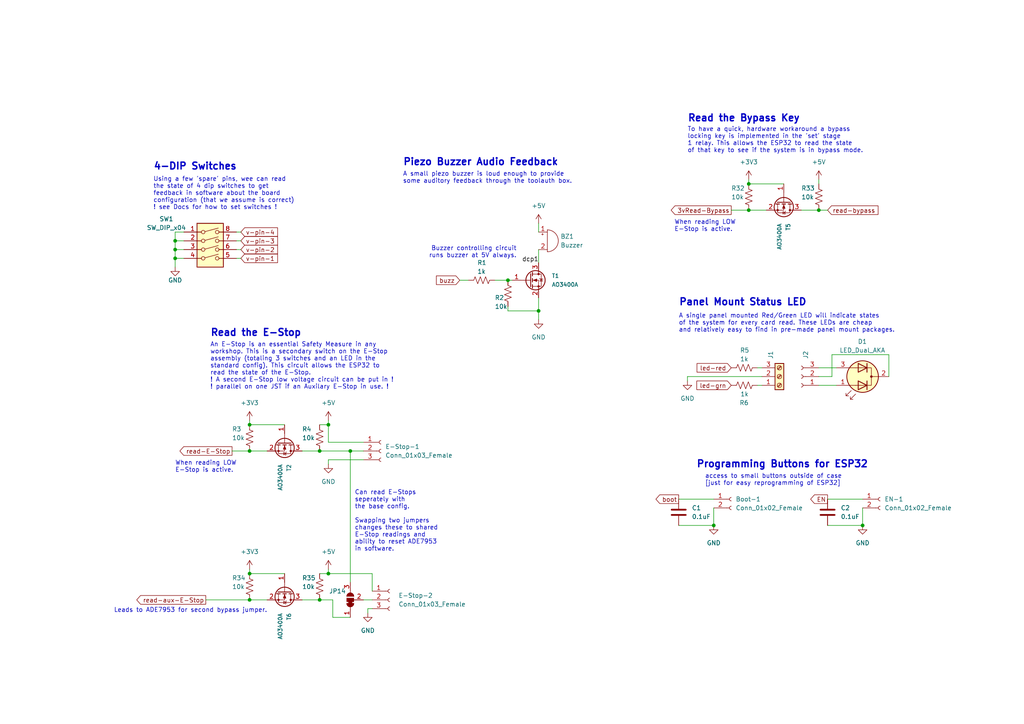
<source format=kicad_sch>
(kicad_sch (version 20211123) (generator eeschema)

  (uuid 2fe940d9-7a8d-48e9-8bf1-28c4b8199232)

  (paper "A4")

  (lib_symbols
    (symbol "Connector:Conn_01x02_Female" (pin_names (offset 1.016) hide) (in_bom yes) (on_board yes)
      (property "Reference" "J" (id 0) (at 0 2.54 0)
        (effects (font (size 1.27 1.27)))
      )
      (property "Value" "Conn_01x02_Female" (id 1) (at 0 -5.08 0)
        (effects (font (size 1.27 1.27)))
      )
      (property "Footprint" "" (id 2) (at 0 0 0)
        (effects (font (size 1.27 1.27)) hide)
      )
      (property "Datasheet" "~" (id 3) (at 0 0 0)
        (effects (font (size 1.27 1.27)) hide)
      )
      (property "ki_keywords" "connector" (id 4) (at 0 0 0)
        (effects (font (size 1.27 1.27)) hide)
      )
      (property "ki_description" "Generic connector, single row, 01x02, script generated (kicad-library-utils/schlib/autogen/connector/)" (id 5) (at 0 0 0)
        (effects (font (size 1.27 1.27)) hide)
      )
      (property "ki_fp_filters" "Connector*:*_1x??_*" (id 6) (at 0 0 0)
        (effects (font (size 1.27 1.27)) hide)
      )
      (symbol "Conn_01x02_Female_1_1"
        (arc (start 0 -2.032) (mid -0.508 -2.54) (end 0 -3.048)
          (stroke (width 0.1524) (type default) (color 0 0 0 0))
          (fill (type none))
        )
        (polyline
          (pts
            (xy -1.27 -2.54)
            (xy -0.508 -2.54)
          )
          (stroke (width 0.1524) (type default) (color 0 0 0 0))
          (fill (type none))
        )
        (polyline
          (pts
            (xy -1.27 0)
            (xy -0.508 0)
          )
          (stroke (width 0.1524) (type default) (color 0 0 0 0))
          (fill (type none))
        )
        (arc (start 0 0.508) (mid -0.508 0) (end 0 -0.508)
          (stroke (width 0.1524) (type default) (color 0 0 0 0))
          (fill (type none))
        )
        (pin passive line (at -5.08 0 0) (length 3.81)
          (name "Pin_1" (effects (font (size 1.27 1.27))))
          (number "1" (effects (font (size 1.27 1.27))))
        )
        (pin passive line (at -5.08 -2.54 0) (length 3.81)
          (name "Pin_2" (effects (font (size 1.27 1.27))))
          (number "2" (effects (font (size 1.27 1.27))))
        )
      )
    )
    (symbol "Connector:Conn_01x03_Female" (pin_names (offset 1.016) hide) (in_bom yes) (on_board yes)
      (property "Reference" "J" (id 0) (at 0 5.08 0)
        (effects (font (size 1.27 1.27)))
      )
      (property "Value" "Conn_01x03_Female" (id 1) (at 0 -5.08 0)
        (effects (font (size 1.27 1.27)))
      )
      (property "Footprint" "" (id 2) (at 0 0 0)
        (effects (font (size 1.27 1.27)) hide)
      )
      (property "Datasheet" "~" (id 3) (at 0 0 0)
        (effects (font (size 1.27 1.27)) hide)
      )
      (property "ki_keywords" "connector" (id 4) (at 0 0 0)
        (effects (font (size 1.27 1.27)) hide)
      )
      (property "ki_description" "Generic connector, single row, 01x03, script generated (kicad-library-utils/schlib/autogen/connector/)" (id 5) (at 0 0 0)
        (effects (font (size 1.27 1.27)) hide)
      )
      (property "ki_fp_filters" "Connector*:*_1x??_*" (id 6) (at 0 0 0)
        (effects (font (size 1.27 1.27)) hide)
      )
      (symbol "Conn_01x03_Female_1_1"
        (arc (start 0 -2.032) (mid -0.508 -2.54) (end 0 -3.048)
          (stroke (width 0.1524) (type default) (color 0 0 0 0))
          (fill (type none))
        )
        (polyline
          (pts
            (xy -1.27 -2.54)
            (xy -0.508 -2.54)
          )
          (stroke (width 0.1524) (type default) (color 0 0 0 0))
          (fill (type none))
        )
        (polyline
          (pts
            (xy -1.27 0)
            (xy -0.508 0)
          )
          (stroke (width 0.1524) (type default) (color 0 0 0 0))
          (fill (type none))
        )
        (polyline
          (pts
            (xy -1.27 2.54)
            (xy -0.508 2.54)
          )
          (stroke (width 0.1524) (type default) (color 0 0 0 0))
          (fill (type none))
        )
        (arc (start 0 0.508) (mid -0.508 0) (end 0 -0.508)
          (stroke (width 0.1524) (type default) (color 0 0 0 0))
          (fill (type none))
        )
        (arc (start 0 3.048) (mid -0.508 2.54) (end 0 2.032)
          (stroke (width 0.1524) (type default) (color 0 0 0 0))
          (fill (type none))
        )
        (pin passive line (at -5.08 2.54 0) (length 3.81)
          (name "Pin_1" (effects (font (size 1.27 1.27))))
          (number "1" (effects (font (size 1.27 1.27))))
        )
        (pin passive line (at -5.08 0 0) (length 3.81)
          (name "Pin_2" (effects (font (size 1.27 1.27))))
          (number "2" (effects (font (size 1.27 1.27))))
        )
        (pin passive line (at -5.08 -2.54 0) (length 3.81)
          (name "Pin_3" (effects (font (size 1.27 1.27))))
          (number "3" (effects (font (size 1.27 1.27))))
        )
      )
    )
    (symbol "Connector:Screw_Terminal_01x03" (pin_names (offset 1.016) hide) (in_bom yes) (on_board yes)
      (property "Reference" "J" (id 0) (at 0 5.08 0)
        (effects (font (size 1.27 1.27)))
      )
      (property "Value" "Screw_Terminal_01x03" (id 1) (at 0 -5.08 0)
        (effects (font (size 1.27 1.27)))
      )
      (property "Footprint" "" (id 2) (at 0 0 0)
        (effects (font (size 1.27 1.27)) hide)
      )
      (property "Datasheet" "~" (id 3) (at 0 0 0)
        (effects (font (size 1.27 1.27)) hide)
      )
      (property "ki_keywords" "screw terminal" (id 4) (at 0 0 0)
        (effects (font (size 1.27 1.27)) hide)
      )
      (property "ki_description" "Generic screw terminal, single row, 01x03, script generated (kicad-library-utils/schlib/autogen/connector/)" (id 5) (at 0 0 0)
        (effects (font (size 1.27 1.27)) hide)
      )
      (property "ki_fp_filters" "TerminalBlock*:*" (id 6) (at 0 0 0)
        (effects (font (size 1.27 1.27)) hide)
      )
      (symbol "Screw_Terminal_01x03_1_1"
        (rectangle (start -1.27 3.81) (end 1.27 -3.81)
          (stroke (width 0.254) (type default) (color 0 0 0 0))
          (fill (type background))
        )
        (circle (center 0 -2.54) (radius 0.635)
          (stroke (width 0.1524) (type default) (color 0 0 0 0))
          (fill (type none))
        )
        (polyline
          (pts
            (xy -0.5334 -2.2098)
            (xy 0.3302 -3.048)
          )
          (stroke (width 0.1524) (type default) (color 0 0 0 0))
          (fill (type none))
        )
        (polyline
          (pts
            (xy -0.5334 0.3302)
            (xy 0.3302 -0.508)
          )
          (stroke (width 0.1524) (type default) (color 0 0 0 0))
          (fill (type none))
        )
        (polyline
          (pts
            (xy -0.5334 2.8702)
            (xy 0.3302 2.032)
          )
          (stroke (width 0.1524) (type default) (color 0 0 0 0))
          (fill (type none))
        )
        (polyline
          (pts
            (xy -0.3556 -2.032)
            (xy 0.508 -2.8702)
          )
          (stroke (width 0.1524) (type default) (color 0 0 0 0))
          (fill (type none))
        )
        (polyline
          (pts
            (xy -0.3556 0.508)
            (xy 0.508 -0.3302)
          )
          (stroke (width 0.1524) (type default) (color 0 0 0 0))
          (fill (type none))
        )
        (polyline
          (pts
            (xy -0.3556 3.048)
            (xy 0.508 2.2098)
          )
          (stroke (width 0.1524) (type default) (color 0 0 0 0))
          (fill (type none))
        )
        (circle (center 0 0) (radius 0.635)
          (stroke (width 0.1524) (type default) (color 0 0 0 0))
          (fill (type none))
        )
        (circle (center 0 2.54) (radius 0.635)
          (stroke (width 0.1524) (type default) (color 0 0 0 0))
          (fill (type none))
        )
        (pin passive line (at -5.08 2.54 0) (length 3.81)
          (name "Pin_1" (effects (font (size 1.27 1.27))))
          (number "1" (effects (font (size 1.27 1.27))))
        )
        (pin passive line (at -5.08 0 0) (length 3.81)
          (name "Pin_2" (effects (font (size 1.27 1.27))))
          (number "2" (effects (font (size 1.27 1.27))))
        )
        (pin passive line (at -5.08 -2.54 0) (length 3.81)
          (name "Pin_3" (effects (font (size 1.27 1.27))))
          (number "3" (effects (font (size 1.27 1.27))))
        )
      )
    )
    (symbol "Device:Buzzer" (pin_names (offset 0.0254) hide) (in_bom yes) (on_board yes)
      (property "Reference" "BZ" (id 0) (at 3.81 1.27 0)
        (effects (font (size 1.27 1.27)) (justify left))
      )
      (property "Value" "Buzzer" (id 1) (at 3.81 -1.27 0)
        (effects (font (size 1.27 1.27)) (justify left))
      )
      (property "Footprint" "" (id 2) (at -0.635 2.54 90)
        (effects (font (size 1.27 1.27)) hide)
      )
      (property "Datasheet" "~" (id 3) (at -0.635 2.54 90)
        (effects (font (size 1.27 1.27)) hide)
      )
      (property "ki_keywords" "quartz resonator ceramic" (id 4) (at 0 0 0)
        (effects (font (size 1.27 1.27)) hide)
      )
      (property "ki_description" "Buzzer, polarized" (id 5) (at 0 0 0)
        (effects (font (size 1.27 1.27)) hide)
      )
      (property "ki_fp_filters" "*Buzzer*" (id 6) (at 0 0 0)
        (effects (font (size 1.27 1.27)) hide)
      )
      (symbol "Buzzer_0_1"
        (arc (start 0 -3.175) (mid 3.175 0) (end 0 3.175)
          (stroke (width 0) (type default) (color 0 0 0 0))
          (fill (type none))
        )
        (polyline
          (pts
            (xy -1.651 1.905)
            (xy -1.143 1.905)
          )
          (stroke (width 0) (type default) (color 0 0 0 0))
          (fill (type none))
        )
        (polyline
          (pts
            (xy -1.397 2.159)
            (xy -1.397 1.651)
          )
          (stroke (width 0) (type default) (color 0 0 0 0))
          (fill (type none))
        )
        (polyline
          (pts
            (xy 0 3.175)
            (xy 0 -3.175)
          )
          (stroke (width 0) (type default) (color 0 0 0 0))
          (fill (type none))
        )
      )
      (symbol "Buzzer_1_1"
        (pin passive line (at -2.54 2.54 0) (length 2.54)
          (name "-" (effects (font (size 1.27 1.27))))
          (number "1" (effects (font (size 1.27 1.27))))
        )
        (pin passive line (at -2.54 -2.54 0) (length 2.54)
          (name "+" (effects (font (size 1.27 1.27))))
          (number "2" (effects (font (size 1.27 1.27))))
        )
      )
    )
    (symbol "Device:C" (pin_numbers hide) (pin_names (offset 0.254)) (in_bom yes) (on_board yes)
      (property "Reference" "C" (id 0) (at 0.635 2.54 0)
        (effects (font (size 1.27 1.27)) (justify left))
      )
      (property "Value" "C" (id 1) (at 0.635 -2.54 0)
        (effects (font (size 1.27 1.27)) (justify left))
      )
      (property "Footprint" "" (id 2) (at 0.9652 -3.81 0)
        (effects (font (size 1.27 1.27)) hide)
      )
      (property "Datasheet" "~" (id 3) (at 0 0 0)
        (effects (font (size 1.27 1.27)) hide)
      )
      (property "ki_keywords" "cap capacitor" (id 4) (at 0 0 0)
        (effects (font (size 1.27 1.27)) hide)
      )
      (property "ki_description" "Unpolarized capacitor" (id 5) (at 0 0 0)
        (effects (font (size 1.27 1.27)) hide)
      )
      (property "ki_fp_filters" "C_*" (id 6) (at 0 0 0)
        (effects (font (size 1.27 1.27)) hide)
      )
      (symbol "C_0_1"
        (polyline
          (pts
            (xy -2.032 -0.762)
            (xy 2.032 -0.762)
          )
          (stroke (width 0.508) (type default) (color 0 0 0 0))
          (fill (type none))
        )
        (polyline
          (pts
            (xy -2.032 0.762)
            (xy 2.032 0.762)
          )
          (stroke (width 0.508) (type default) (color 0 0 0 0))
          (fill (type none))
        )
      )
      (symbol "C_1_1"
        (pin passive line (at 0 3.81 270) (length 2.794)
          (name "~" (effects (font (size 1.27 1.27))))
          (number "1" (effects (font (size 1.27 1.27))))
        )
        (pin passive line (at 0 -3.81 90) (length 2.794)
          (name "~" (effects (font (size 1.27 1.27))))
          (number "2" (effects (font (size 1.27 1.27))))
        )
      )
    )
    (symbol "Device:LED_Dual_AKA" (pin_names (offset 0) hide) (in_bom yes) (on_board yes)
      (property "Reference" "D" (id 0) (at 0 5.715 0)
        (effects (font (size 1.27 1.27)))
      )
      (property "Value" "LED_Dual_AKA" (id 1) (at 0 -6.35 0)
        (effects (font (size 1.27 1.27)))
      )
      (property "Footprint" "" (id 2) (at 0 0 0)
        (effects (font (size 1.27 1.27)) hide)
      )
      (property "Datasheet" "~" (id 3) (at 0 0 0)
        (effects (font (size 1.27 1.27)) hide)
      )
      (property "ki_keywords" "LED diode bicolor dual" (id 4) (at 0 0 0)
        (effects (font (size 1.27 1.27)) hide)
      )
      (property "ki_description" "Dual LED, common cathode on pin 2" (id 5) (at 0 0 0)
        (effects (font (size 1.27 1.27)) hide)
      )
      (property "ki_fp_filters" "LED* LED_SMD:* LED_THT:*" (id 6) (at 0 0 0)
        (effects (font (size 1.27 1.27)) hide)
      )
      (symbol "LED_Dual_AKA_0_1"
        (circle (center -2.54 0) (radius 0.2794)
          (stroke (width 0) (type default) (color 0 0 0 0))
          (fill (type outline))
        )
        (polyline
          (pts
            (xy -4.572 0)
            (xy -2.54 0)
          )
          (stroke (width 0) (type default) (color 0 0 0 0))
          (fill (type none))
        )
        (polyline
          (pts
            (xy -1.27 -1.27)
            (xy -1.27 -3.81)
          )
          (stroke (width 0.254) (type default) (color 0 0 0 0))
          (fill (type none))
        )
        (polyline
          (pts
            (xy -1.27 1.27)
            (xy -1.27 3.81)
          )
          (stroke (width 0.254) (type default) (color 0 0 0 0))
          (fill (type none))
        )
        (polyline
          (pts
            (xy 3.81 -2.54)
            (xy 1.905 -2.54)
          )
          (stroke (width 0) (type default) (color 0 0 0 0))
          (fill (type none))
        )
        (polyline
          (pts
            (xy 3.81 2.54)
            (xy 1.905 2.54)
          )
          (stroke (width 0) (type default) (color 0 0 0 0))
          (fill (type none))
        )
        (polyline
          (pts
            (xy 1.27 -3.81)
            (xy 1.27 -1.27)
            (xy -1.27 -2.54)
            (xy 1.27 -3.81)
          )
          (stroke (width 0.254) (type default) (color 0 0 0 0))
          (fill (type none))
        )
        (polyline
          (pts
            (xy 1.27 1.27)
            (xy 1.27 3.81)
            (xy -1.27 2.54)
            (xy 1.27 1.27)
          )
          (stroke (width 0.254) (type default) (color 0 0 0 0))
          (fill (type none))
        )
        (polyline
          (pts
            (xy 2.032 2.54)
            (xy -2.54 2.54)
            (xy -2.54 -2.54)
            (xy 2.032 -2.54)
          )
          (stroke (width 0) (type default) (color 0 0 0 0))
          (fill (type none))
        )
        (polyline
          (pts
            (xy 2.032 5.08)
            (xy 3.556 6.604)
            (xy 2.794 6.604)
            (xy 3.556 6.604)
            (xy 3.556 5.842)
          )
          (stroke (width 0) (type default) (color 0 0 0 0))
          (fill (type none))
        )
        (polyline
          (pts
            (xy 3.302 4.064)
            (xy 4.826 5.588)
            (xy 4.064 5.588)
            (xy 4.826 5.588)
            (xy 4.826 4.826)
          )
          (stroke (width 0) (type default) (color 0 0 0 0))
          (fill (type none))
        )
        (circle (center 0 0) (radius 4.572)
          (stroke (width 0.254) (type default) (color 0 0 0 0))
          (fill (type background))
        )
      )
      (symbol "LED_Dual_AKA_1_1"
        (pin input line (at 7.62 2.54 180) (length 3.81)
          (name "A1" (effects (font (size 1.27 1.27))))
          (number "1" (effects (font (size 1.27 1.27))))
        )
        (pin input line (at -7.62 0 0) (length 3.048)
          (name "K" (effects (font (size 1.27 1.27))))
          (number "2" (effects (font (size 1.27 1.27))))
        )
        (pin input line (at 7.62 -2.54 180) (length 3.81)
          (name "A2" (effects (font (size 1.27 1.27))))
          (number "3" (effects (font (size 1.27 1.27))))
        )
      )
    )
    (symbol "Device:R_US" (pin_numbers hide) (pin_names (offset 0)) (in_bom yes) (on_board yes)
      (property "Reference" "R" (id 0) (at 2.54 0 90)
        (effects (font (size 1.27 1.27)))
      )
      (property "Value" "R_US" (id 1) (at -2.54 0 90)
        (effects (font (size 1.27 1.27)))
      )
      (property "Footprint" "" (id 2) (at 1.016 -0.254 90)
        (effects (font (size 1.27 1.27)) hide)
      )
      (property "Datasheet" "~" (id 3) (at 0 0 0)
        (effects (font (size 1.27 1.27)) hide)
      )
      (property "ki_keywords" "R res resistor" (id 4) (at 0 0 0)
        (effects (font (size 1.27 1.27)) hide)
      )
      (property "ki_description" "Resistor, US symbol" (id 5) (at 0 0 0)
        (effects (font (size 1.27 1.27)) hide)
      )
      (property "ki_fp_filters" "R_*" (id 6) (at 0 0 0)
        (effects (font (size 1.27 1.27)) hide)
      )
      (symbol "R_US_0_1"
        (polyline
          (pts
            (xy 0 -2.286)
            (xy 0 -2.54)
          )
          (stroke (width 0) (type default) (color 0 0 0 0))
          (fill (type none))
        )
        (polyline
          (pts
            (xy 0 2.286)
            (xy 0 2.54)
          )
          (stroke (width 0) (type default) (color 0 0 0 0))
          (fill (type none))
        )
        (polyline
          (pts
            (xy 0 -0.762)
            (xy 1.016 -1.143)
            (xy 0 -1.524)
            (xy -1.016 -1.905)
            (xy 0 -2.286)
          )
          (stroke (width 0) (type default) (color 0 0 0 0))
          (fill (type none))
        )
        (polyline
          (pts
            (xy 0 0.762)
            (xy 1.016 0.381)
            (xy 0 0)
            (xy -1.016 -0.381)
            (xy 0 -0.762)
          )
          (stroke (width 0) (type default) (color 0 0 0 0))
          (fill (type none))
        )
        (polyline
          (pts
            (xy 0 2.286)
            (xy 1.016 1.905)
            (xy 0 1.524)
            (xy -1.016 1.143)
            (xy 0 0.762)
          )
          (stroke (width 0) (type default) (color 0 0 0 0))
          (fill (type none))
        )
      )
      (symbol "R_US_1_1"
        (pin passive line (at 0 3.81 270) (length 1.27)
          (name "~" (effects (font (size 1.27 1.27))))
          (number "1" (effects (font (size 1.27 1.27))))
        )
        (pin passive line (at 0 -3.81 90) (length 1.27)
          (name "~" (effects (font (size 1.27 1.27))))
          (number "2" (effects (font (size 1.27 1.27))))
        )
      )
    )
    (symbol "Jumper:SolderJumper_3_Bridged12" (pin_names (offset 0) hide) (in_bom yes) (on_board yes)
      (property "Reference" "JP" (id 0) (at -2.54 -2.54 0)
        (effects (font (size 1.27 1.27)))
      )
      (property "Value" "SolderJumper_3_Bridged12" (id 1) (at 0 2.794 0)
        (effects (font (size 1.27 1.27)))
      )
      (property "Footprint" "" (id 2) (at 0 0 0)
        (effects (font (size 1.27 1.27)) hide)
      )
      (property "Datasheet" "~" (id 3) (at 0 0 0)
        (effects (font (size 1.27 1.27)) hide)
      )
      (property "ki_keywords" "Solder Jumper SPDT" (id 4) (at 0 0 0)
        (effects (font (size 1.27 1.27)) hide)
      )
      (property "ki_description" "3-pole Solder Jumper, pins 1+2 closed/bridged" (id 5) (at 0 0 0)
        (effects (font (size 1.27 1.27)) hide)
      )
      (property "ki_fp_filters" "SolderJumper*Bridged12*" (id 6) (at 0 0 0)
        (effects (font (size 1.27 1.27)) hide)
      )
      (symbol "SolderJumper_3_Bridged12_0_1"
        (rectangle (start -1.016 0.508) (end -0.508 -0.508)
          (stroke (width 0) (type default) (color 0 0 0 0))
          (fill (type outline))
        )
        (arc (start -1.016 1.016) (mid -2.032 0) (end -1.016 -1.016)
          (stroke (width 0) (type default) (color 0 0 0 0))
          (fill (type none))
        )
        (arc (start -1.016 1.016) (mid -2.032 0) (end -1.016 -1.016)
          (stroke (width 0) (type default) (color 0 0 0 0))
          (fill (type outline))
        )
        (rectangle (start -0.508 1.016) (end 0.508 -1.016)
          (stroke (width 0) (type default) (color 0 0 0 0))
          (fill (type outline))
        )
        (polyline
          (pts
            (xy -2.54 0)
            (xy -2.032 0)
          )
          (stroke (width 0) (type default) (color 0 0 0 0))
          (fill (type none))
        )
        (polyline
          (pts
            (xy -1.016 1.016)
            (xy -1.016 -1.016)
          )
          (stroke (width 0) (type default) (color 0 0 0 0))
          (fill (type none))
        )
        (polyline
          (pts
            (xy 0 -1.27)
            (xy 0 -1.016)
          )
          (stroke (width 0) (type default) (color 0 0 0 0))
          (fill (type none))
        )
        (polyline
          (pts
            (xy 1.016 1.016)
            (xy 1.016 -1.016)
          )
          (stroke (width 0) (type default) (color 0 0 0 0))
          (fill (type none))
        )
        (polyline
          (pts
            (xy 2.54 0)
            (xy 2.032 0)
          )
          (stroke (width 0) (type default) (color 0 0 0 0))
          (fill (type none))
        )
        (arc (start 1.016 -1.016) (mid 2.032 0) (end 1.016 1.016)
          (stroke (width 0) (type default) (color 0 0 0 0))
          (fill (type none))
        )
        (arc (start 1.016 -1.016) (mid 2.032 0) (end 1.016 1.016)
          (stroke (width 0) (type default) (color 0 0 0 0))
          (fill (type outline))
        )
      )
      (symbol "SolderJumper_3_Bridged12_1_1"
        (pin passive line (at -5.08 0 0) (length 2.54)
          (name "A" (effects (font (size 1.27 1.27))))
          (number "1" (effects (font (size 1.27 1.27))))
        )
        (pin passive line (at 0 -3.81 90) (length 2.54)
          (name "C" (effects (font (size 1.27 1.27))))
          (number "2" (effects (font (size 1.27 1.27))))
        )
        (pin passive line (at 5.08 0 180) (length 2.54)
          (name "B" (effects (font (size 1.27 1.27))))
          (number "3" (effects (font (size 1.27 1.27))))
        )
      )
    )
    (symbol "Switch:SW_DIP_x04" (pin_names (offset 0) hide) (in_bom yes) (on_board yes)
      (property "Reference" "SW" (id 0) (at 0 8.89 0)
        (effects (font (size 1.27 1.27)))
      )
      (property "Value" "SW_DIP_x04" (id 1) (at 0 -6.35 0)
        (effects (font (size 1.27 1.27)))
      )
      (property "Footprint" "" (id 2) (at 0 0 0)
        (effects (font (size 1.27 1.27)) hide)
      )
      (property "Datasheet" "~" (id 3) (at 0 0 0)
        (effects (font (size 1.27 1.27)) hide)
      )
      (property "ki_keywords" "dip switch" (id 4) (at 0 0 0)
        (effects (font (size 1.27 1.27)) hide)
      )
      (property "ki_description" "4x DIP Switch, Single Pole Single Throw (SPST) switch, small symbol" (id 5) (at 0 0 0)
        (effects (font (size 1.27 1.27)) hide)
      )
      (property "ki_fp_filters" "SW?DIP?x4*" (id 6) (at 0 0 0)
        (effects (font (size 1.27 1.27)) hide)
      )
      (symbol "SW_DIP_x04_0_0"
        (circle (center -2.032 -2.54) (radius 0.508)
          (stroke (width 0) (type default) (color 0 0 0 0))
          (fill (type none))
        )
        (circle (center -2.032 0) (radius 0.508)
          (stroke (width 0) (type default) (color 0 0 0 0))
          (fill (type none))
        )
        (circle (center -2.032 2.54) (radius 0.508)
          (stroke (width 0) (type default) (color 0 0 0 0))
          (fill (type none))
        )
        (circle (center -2.032 5.08) (radius 0.508)
          (stroke (width 0) (type default) (color 0 0 0 0))
          (fill (type none))
        )
        (polyline
          (pts
            (xy -1.524 -2.3876)
            (xy 2.3622 -1.3462)
          )
          (stroke (width 0) (type default) (color 0 0 0 0))
          (fill (type none))
        )
        (polyline
          (pts
            (xy -1.524 0.127)
            (xy 2.3622 1.1684)
          )
          (stroke (width 0) (type default) (color 0 0 0 0))
          (fill (type none))
        )
        (polyline
          (pts
            (xy -1.524 2.667)
            (xy 2.3622 3.7084)
          )
          (stroke (width 0) (type default) (color 0 0 0 0))
          (fill (type none))
        )
        (polyline
          (pts
            (xy -1.524 5.207)
            (xy 2.3622 6.2484)
          )
          (stroke (width 0) (type default) (color 0 0 0 0))
          (fill (type none))
        )
        (circle (center 2.032 -2.54) (radius 0.508)
          (stroke (width 0) (type default) (color 0 0 0 0))
          (fill (type none))
        )
        (circle (center 2.032 0) (radius 0.508)
          (stroke (width 0) (type default) (color 0 0 0 0))
          (fill (type none))
        )
        (circle (center 2.032 2.54) (radius 0.508)
          (stroke (width 0) (type default) (color 0 0 0 0))
          (fill (type none))
        )
        (circle (center 2.032 5.08) (radius 0.508)
          (stroke (width 0) (type default) (color 0 0 0 0))
          (fill (type none))
        )
      )
      (symbol "SW_DIP_x04_0_1"
        (rectangle (start -3.81 7.62) (end 3.81 -5.08)
          (stroke (width 0.254) (type default) (color 0 0 0 0))
          (fill (type background))
        )
      )
      (symbol "SW_DIP_x04_1_1"
        (pin passive line (at -7.62 5.08 0) (length 5.08)
          (name "~" (effects (font (size 1.27 1.27))))
          (number "1" (effects (font (size 1.27 1.27))))
        )
        (pin passive line (at -7.62 2.54 0) (length 5.08)
          (name "~" (effects (font (size 1.27 1.27))))
          (number "2" (effects (font (size 1.27 1.27))))
        )
        (pin passive line (at -7.62 0 0) (length 5.08)
          (name "~" (effects (font (size 1.27 1.27))))
          (number "3" (effects (font (size 1.27 1.27))))
        )
        (pin passive line (at -7.62 -2.54 0) (length 5.08)
          (name "~" (effects (font (size 1.27 1.27))))
          (number "4" (effects (font (size 1.27 1.27))))
        )
        (pin passive line (at 7.62 -2.54 180) (length 5.08)
          (name "~" (effects (font (size 1.27 1.27))))
          (number "5" (effects (font (size 1.27 1.27))))
        )
        (pin passive line (at 7.62 0 180) (length 5.08)
          (name "~" (effects (font (size 1.27 1.27))))
          (number "6" (effects (font (size 1.27 1.27))))
        )
        (pin passive line (at 7.62 2.54 180) (length 5.08)
          (name "~" (effects (font (size 1.27 1.27))))
          (number "7" (effects (font (size 1.27 1.27))))
        )
        (pin passive line (at 7.62 5.08 180) (length 5.08)
          (name "~" (effects (font (size 1.27 1.27))))
          (number "8" (effects (font (size 1.27 1.27))))
        )
      )
    )
    (symbol "Transistor_FET:AO3400A" (pin_names hide) (in_bom yes) (on_board yes)
      (property "Reference" "Q" (id 0) (at 5.08 1.905 0)
        (effects (font (size 1.27 1.27)) (justify left))
      )
      (property "Value" "AO3400A" (id 1) (at 5.08 0 0)
        (effects (font (size 1.27 1.27)) (justify left))
      )
      (property "Footprint" "Package_TO_SOT_SMD:SOT-23" (id 2) (at 5.08 -1.905 0)
        (effects (font (size 1.27 1.27) italic) (justify left) hide)
      )
      (property "Datasheet" "http://www.aosmd.com/pdfs/datasheet/AO3400A.pdf" (id 3) (at 0 0 0)
        (effects (font (size 1.27 1.27)) (justify left) hide)
      )
      (property "ki_keywords" "N-Channel MOSFET" (id 4) (at 0 0 0)
        (effects (font (size 1.27 1.27)) hide)
      )
      (property "ki_description" "30V Vds, 5.7A Id, N-Channel MOSFET, SOT-23" (id 5) (at 0 0 0)
        (effects (font (size 1.27 1.27)) hide)
      )
      (property "ki_fp_filters" "SOT?23*" (id 6) (at 0 0 0)
        (effects (font (size 1.27 1.27)) hide)
      )
      (symbol "AO3400A_0_1"
        (polyline
          (pts
            (xy 0.254 0)
            (xy -2.54 0)
          )
          (stroke (width 0) (type default) (color 0 0 0 0))
          (fill (type none))
        )
        (polyline
          (pts
            (xy 0.254 1.905)
            (xy 0.254 -1.905)
          )
          (stroke (width 0.254) (type default) (color 0 0 0 0))
          (fill (type none))
        )
        (polyline
          (pts
            (xy 0.762 -1.27)
            (xy 0.762 -2.286)
          )
          (stroke (width 0.254) (type default) (color 0 0 0 0))
          (fill (type none))
        )
        (polyline
          (pts
            (xy 0.762 0.508)
            (xy 0.762 -0.508)
          )
          (stroke (width 0.254) (type default) (color 0 0 0 0))
          (fill (type none))
        )
        (polyline
          (pts
            (xy 0.762 2.286)
            (xy 0.762 1.27)
          )
          (stroke (width 0.254) (type default) (color 0 0 0 0))
          (fill (type none))
        )
        (polyline
          (pts
            (xy 2.54 2.54)
            (xy 2.54 1.778)
          )
          (stroke (width 0) (type default) (color 0 0 0 0))
          (fill (type none))
        )
        (polyline
          (pts
            (xy 2.54 -2.54)
            (xy 2.54 0)
            (xy 0.762 0)
          )
          (stroke (width 0) (type default) (color 0 0 0 0))
          (fill (type none))
        )
        (polyline
          (pts
            (xy 0.762 -1.778)
            (xy 3.302 -1.778)
            (xy 3.302 1.778)
            (xy 0.762 1.778)
          )
          (stroke (width 0) (type default) (color 0 0 0 0))
          (fill (type none))
        )
        (polyline
          (pts
            (xy 1.016 0)
            (xy 2.032 0.381)
            (xy 2.032 -0.381)
            (xy 1.016 0)
          )
          (stroke (width 0) (type default) (color 0 0 0 0))
          (fill (type outline))
        )
        (polyline
          (pts
            (xy 2.794 0.508)
            (xy 2.921 0.381)
            (xy 3.683 0.381)
            (xy 3.81 0.254)
          )
          (stroke (width 0) (type default) (color 0 0 0 0))
          (fill (type none))
        )
        (polyline
          (pts
            (xy 3.302 0.381)
            (xy 2.921 -0.254)
            (xy 3.683 -0.254)
            (xy 3.302 0.381)
          )
          (stroke (width 0) (type default) (color 0 0 0 0))
          (fill (type none))
        )
        (circle (center 1.651 0) (radius 2.794)
          (stroke (width 0.254) (type default) (color 0 0 0 0))
          (fill (type none))
        )
        (circle (center 2.54 -1.778) (radius 0.254)
          (stroke (width 0) (type default) (color 0 0 0 0))
          (fill (type outline))
        )
        (circle (center 2.54 1.778) (radius 0.254)
          (stroke (width 0) (type default) (color 0 0 0 0))
          (fill (type outline))
        )
      )
      (symbol "AO3400A_1_1"
        (pin input line (at -5.08 0 0) (length 2.54)
          (name "G" (effects (font (size 1.27 1.27))))
          (number "1" (effects (font (size 1.27 1.27))))
        )
        (pin passive line (at 2.54 -5.08 90) (length 2.54)
          (name "S" (effects (font (size 1.27 1.27))))
          (number "2" (effects (font (size 1.27 1.27))))
        )
        (pin passive line (at 2.54 5.08 270) (length 2.54)
          (name "D" (effects (font (size 1.27 1.27))))
          (number "3" (effects (font (size 1.27 1.27))))
        )
      )
    )
    (symbol "power:+3V3" (power) (pin_names (offset 0)) (in_bom yes) (on_board yes)
      (property "Reference" "#PWR" (id 0) (at 0 -3.81 0)
        (effects (font (size 1.27 1.27)) hide)
      )
      (property "Value" "+3V3" (id 1) (at 0 3.556 0)
        (effects (font (size 1.27 1.27)))
      )
      (property "Footprint" "" (id 2) (at 0 0 0)
        (effects (font (size 1.27 1.27)) hide)
      )
      (property "Datasheet" "" (id 3) (at 0 0 0)
        (effects (font (size 1.27 1.27)) hide)
      )
      (property "ki_keywords" "power-flag" (id 4) (at 0 0 0)
        (effects (font (size 1.27 1.27)) hide)
      )
      (property "ki_description" "Power symbol creates a global label with name \"+3V3\"" (id 5) (at 0 0 0)
        (effects (font (size 1.27 1.27)) hide)
      )
      (symbol "+3V3_0_1"
        (polyline
          (pts
            (xy -0.762 1.27)
            (xy 0 2.54)
          )
          (stroke (width 0) (type default) (color 0 0 0 0))
          (fill (type none))
        )
        (polyline
          (pts
            (xy 0 0)
            (xy 0 2.54)
          )
          (stroke (width 0) (type default) (color 0 0 0 0))
          (fill (type none))
        )
        (polyline
          (pts
            (xy 0 2.54)
            (xy 0.762 1.27)
          )
          (stroke (width 0) (type default) (color 0 0 0 0))
          (fill (type none))
        )
      )
      (symbol "+3V3_1_1"
        (pin power_in line (at 0 0 90) (length 0) hide
          (name "+3V3" (effects (font (size 1.27 1.27))))
          (number "1" (effects (font (size 1.27 1.27))))
        )
      )
    )
    (symbol "power:+5V" (power) (pin_names (offset 0)) (in_bom yes) (on_board yes)
      (property "Reference" "#PWR" (id 0) (at 0 -3.81 0)
        (effects (font (size 1.27 1.27)) hide)
      )
      (property "Value" "+5V" (id 1) (at 0 3.556 0)
        (effects (font (size 1.27 1.27)))
      )
      (property "Footprint" "" (id 2) (at 0 0 0)
        (effects (font (size 1.27 1.27)) hide)
      )
      (property "Datasheet" "" (id 3) (at 0 0 0)
        (effects (font (size 1.27 1.27)) hide)
      )
      (property "ki_keywords" "power-flag" (id 4) (at 0 0 0)
        (effects (font (size 1.27 1.27)) hide)
      )
      (property "ki_description" "Power symbol creates a global label with name \"+5V\"" (id 5) (at 0 0 0)
        (effects (font (size 1.27 1.27)) hide)
      )
      (symbol "+5V_0_1"
        (polyline
          (pts
            (xy -0.762 1.27)
            (xy 0 2.54)
          )
          (stroke (width 0) (type default) (color 0 0 0 0))
          (fill (type none))
        )
        (polyline
          (pts
            (xy 0 0)
            (xy 0 2.54)
          )
          (stroke (width 0) (type default) (color 0 0 0 0))
          (fill (type none))
        )
        (polyline
          (pts
            (xy 0 2.54)
            (xy 0.762 1.27)
          )
          (stroke (width 0) (type default) (color 0 0 0 0))
          (fill (type none))
        )
      )
      (symbol "+5V_1_1"
        (pin power_in line (at 0 0 90) (length 0) hide
          (name "+5V" (effects (font (size 1.27 1.27))))
          (number "1" (effects (font (size 1.27 1.27))))
        )
      )
    )
    (symbol "power:GND" (power) (pin_names (offset 0)) (in_bom yes) (on_board yes)
      (property "Reference" "#PWR" (id 0) (at 0 -6.35 0)
        (effects (font (size 1.27 1.27)) hide)
      )
      (property "Value" "GND" (id 1) (at 0 -3.81 0)
        (effects (font (size 1.27 1.27)))
      )
      (property "Footprint" "" (id 2) (at 0 0 0)
        (effects (font (size 1.27 1.27)) hide)
      )
      (property "Datasheet" "" (id 3) (at 0 0 0)
        (effects (font (size 1.27 1.27)) hide)
      )
      (property "ki_keywords" "power-flag" (id 4) (at 0 0 0)
        (effects (font (size 1.27 1.27)) hide)
      )
      (property "ki_description" "Power symbol creates a global label with name \"GND\" , ground" (id 5) (at 0 0 0)
        (effects (font (size 1.27 1.27)) hide)
      )
      (symbol "GND_0_1"
        (polyline
          (pts
            (xy 0 0)
            (xy 0 -1.27)
            (xy 1.27 -1.27)
            (xy 0 -2.54)
            (xy -1.27 -1.27)
            (xy 0 -1.27)
          )
          (stroke (width 0) (type default) (color 0 0 0 0))
          (fill (type none))
        )
      )
      (symbol "GND_1_1"
        (pin power_in line (at 0 0 270) (length 0) hide
          (name "GND" (effects (font (size 1.27 1.27))))
          (number "1" (effects (font (size 1.27 1.27))))
        )
      )
    )
  )

  (junction (at 95.25 166.37) (diameter 0) (color 0 0 0 0)
    (uuid 0da56530-7f81-4b94-819b-fe5c5b33da1b)
  )
  (junction (at 237.49 60.96) (diameter 0) (color 0 0 0 0)
    (uuid 0e0bfbdf-db93-42c0-9561-b80f2b8ed020)
  )
  (junction (at 50.8 74.93) (diameter 0) (color 0 0 0 0)
    (uuid 292709f9-6eb8-4dd6-bbb5-20f85744aad1)
  )
  (junction (at 217.17 60.96) (diameter 0) (color 0 0 0 0)
    (uuid 3319d3d4-64c0-43b3-a103-ee187efd2c73)
  )
  (junction (at 50.8 72.39) (diameter 0) (color 0 0 0 0)
    (uuid 384a4f99-6eee-4d19-9556-b9c2fda7b78e)
  )
  (junction (at 101.6 130.81) (diameter 0) (color 0 0 0 0)
    (uuid 44327bf8-42b6-4749-ac79-b20d3eeee457)
  )
  (junction (at 217.17 53.34) (diameter 0) (color 0 0 0 0)
    (uuid 470baf82-931b-4528-a8db-82f7716237e1)
  )
  (junction (at 207.01 152.4) (diameter 0) (color 0 0 0 0)
    (uuid 5e86b997-9148-4c45-b6bc-1f5222603259)
  )
  (junction (at 147.32 81.28) (diameter 0) (color 0 0 0 0)
    (uuid 64e8a947-e793-4a07-b7fb-415080345ef7)
  )
  (junction (at 72.39 130.81) (diameter 0) (color 0 0 0 0)
    (uuid 6639dc46-7a1c-48a2-810d-74cd08166ca4)
  )
  (junction (at 72.39 166.37) (diameter 0) (color 0 0 0 0)
    (uuid 6b7b2805-40be-4132-b616-33efc6fbc73a)
  )
  (junction (at 50.8 69.85) (diameter 0) (color 0 0 0 0)
    (uuid 6cfd8e91-c976-4f1f-98e5-ff8936deda7f)
  )
  (junction (at 72.39 173.99) (diameter 0) (color 0 0 0 0)
    (uuid 8f0f0679-e140-4fe6-ae14-11b75fce9274)
  )
  (junction (at 156.21 90.17) (diameter 0) (color 0 0 0 0)
    (uuid 97b89346-1efc-43b7-9086-d3f0828f3384)
  )
  (junction (at 92.71 173.99) (diameter 0) (color 0 0 0 0)
    (uuid 9b70a7f8-90d4-4e3c-ad66-23440b767c5b)
  )
  (junction (at 72.39 123.19) (diameter 0) (color 0 0 0 0)
    (uuid 9df51b34-ea8e-44d4-9d86-a8df44bb9388)
  )
  (junction (at 92.71 130.81) (diameter 0) (color 0 0 0 0)
    (uuid b8180913-6f4c-4ed0-9e4b-0dde40c1a902)
  )
  (junction (at 95.25 123.19) (diameter 0) (color 0 0 0 0)
    (uuid e001ddd0-a3c9-46f7-b9fa-3f18d5e0b6e8)
  )
  (junction (at 250.19 152.4) (diameter 0) (color 0 0 0 0)
    (uuid f3b8aec3-14a2-4e68-8d7f-fe9e0871ee24)
  )

  (wire (pts (xy 68.58 67.31) (xy 69.85 67.31))
    (stroke (width 0) (type default) (color 0 0 0 0))
    (uuid 00ac543b-2ede-4f7e-9591-3eae5b890285)
  )
  (wire (pts (xy 67.31 130.81) (xy 72.39 130.81))
    (stroke (width 0) (type default) (color 0 0 0 0))
    (uuid 0252ccea-3804-4631-87b5-2844a65ff570)
  )
  (wire (pts (xy 147.32 81.28) (xy 148.59 81.28))
    (stroke (width 0) (type default) (color 0 0 0 0))
    (uuid 0533b2d0-0099-4fa5-9c11-1dee38fcd5f7)
  )
  (wire (pts (xy 72.39 130.81) (xy 77.47 130.81))
    (stroke (width 0) (type default) (color 0 0 0 0))
    (uuid 0c0573cc-8d92-409b-94e6-2423aa9686fa)
  )
  (wire (pts (xy 250.19 147.32) (xy 250.19 152.4))
    (stroke (width 0) (type default) (color 0 0 0 0))
    (uuid 0ccc32c1-3acd-4a40-b7f3-bf1e903aa25d)
  )
  (wire (pts (xy 72.39 165.1) (xy 72.39 166.37))
    (stroke (width 0) (type default) (color 0 0 0 0))
    (uuid 0d866f55-7096-4e3f-b763-1d4b02dbe671)
  )
  (wire (pts (xy 96.52 173.99) (xy 92.71 173.99))
    (stroke (width 0) (type default) (color 0 0 0 0))
    (uuid 10a87724-4ccd-40c6-b73d-b8c70b3df398)
  )
  (wire (pts (xy 156.21 86.36) (xy 156.21 90.17))
    (stroke (width 0) (type default) (color 0 0 0 0))
    (uuid 16be2307-7e18-4845-825a-5973965603f1)
  )
  (wire (pts (xy 156.21 90.17) (xy 156.21 92.71))
    (stroke (width 0) (type default) (color 0 0 0 0))
    (uuid 16f6dac0-7baf-4d8c-ae12-d0d361246e72)
  )
  (wire (pts (xy 207.01 147.32) (xy 207.01 152.4))
    (stroke (width 0) (type default) (color 0 0 0 0))
    (uuid 1dcb173f-4400-4861-8bd6-441e3daf352a)
  )
  (wire (pts (xy 68.58 72.39) (xy 69.85 72.39))
    (stroke (width 0) (type default) (color 0 0 0 0))
    (uuid 1e2488e1-50b0-43d1-8b94-124c828ad941)
  )
  (wire (pts (xy 95.25 121.92) (xy 95.25 123.19))
    (stroke (width 0) (type default) (color 0 0 0 0))
    (uuid 2f81cee0-a9a2-47b2-92f1-265e74f25261)
  )
  (wire (pts (xy 237.49 52.07) (xy 237.49 53.34))
    (stroke (width 0) (type default) (color 0 0 0 0))
    (uuid 30d8b0fa-a75a-4dbf-8240-d2a1ae937736)
  )
  (wire (pts (xy 95.25 133.35) (xy 95.25 134.62))
    (stroke (width 0) (type default) (color 0 0 0 0))
    (uuid 34e6a6e0-61fd-4953-847c-b26ada7b0e36)
  )
  (wire (pts (xy 68.58 69.85) (xy 69.85 69.85))
    (stroke (width 0) (type default) (color 0 0 0 0))
    (uuid 34fccce5-2a0b-4865-a897-dabfa04510ce)
  )
  (wire (pts (xy 92.71 166.37) (xy 95.25 166.37))
    (stroke (width 0) (type default) (color 0 0 0 0))
    (uuid 37193f65-8b9c-487a-acca-d878abf70948)
  )
  (wire (pts (xy 219.71 106.68) (xy 220.98 106.68))
    (stroke (width 0) (type default) (color 0 0 0 0))
    (uuid 37280f79-69c5-4dae-b289-86891228cb6d)
  )
  (wire (pts (xy 241.3 102.87) (xy 241.3 109.22))
    (stroke (width 0) (type default) (color 0 0 0 0))
    (uuid 393e3c05-0f41-48ae-ab82-80994d8028c4)
  )
  (wire (pts (xy 53.34 72.39) (xy 50.8 72.39))
    (stroke (width 0) (type default) (color 0 0 0 0))
    (uuid 3fb70cef-5c02-423f-80df-4b8002303fb9)
  )
  (wire (pts (xy 105.41 173.99) (xy 107.95 173.99))
    (stroke (width 0) (type default) (color 0 0 0 0))
    (uuid 482cb2f6-a4b0-4268-ad9d-67ba50195a0d)
  )
  (wire (pts (xy 72.39 166.37) (xy 82.55 166.37))
    (stroke (width 0) (type default) (color 0 0 0 0))
    (uuid 49722147-384f-49a8-8a01-eca61de14889)
  )
  (wire (pts (xy 217.17 53.34) (xy 227.33 53.34))
    (stroke (width 0) (type default) (color 0 0 0 0))
    (uuid 49792019-34d8-4139-8fc5-5cba1563e42a)
  )
  (wire (pts (xy 147.32 88.9) (xy 147.32 90.17))
    (stroke (width 0) (type default) (color 0 0 0 0))
    (uuid 4c567836-d61f-4b2c-b168-fc1f60107e64)
  )
  (wire (pts (xy 95.25 128.27) (xy 105.41 128.27))
    (stroke (width 0) (type default) (color 0 0 0 0))
    (uuid 4e8deb09-f90a-4a41-b252-058a7408a793)
  )
  (wire (pts (xy 232.41 60.96) (xy 237.49 60.96))
    (stroke (width 0) (type default) (color 0 0 0 0))
    (uuid 57dbed8e-dfc1-47da-a524-e2391ad7f04c)
  )
  (wire (pts (xy 50.8 74.93) (xy 50.8 77.47))
    (stroke (width 0) (type default) (color 0 0 0 0))
    (uuid 58e7bad9-28b5-44fd-8a51-dbb49ec7b16f)
  )
  (wire (pts (xy 147.32 90.17) (xy 156.21 90.17))
    (stroke (width 0) (type default) (color 0 0 0 0))
    (uuid 5cd7ee94-1886-46ea-81f8-7c692c5afe6d)
  )
  (wire (pts (xy 101.6 179.07) (xy 96.52 179.07))
    (stroke (width 0) (type default) (color 0 0 0 0))
    (uuid 5eb3bd7b-51be-46ab-b037-98d961c45e99)
  )
  (wire (pts (xy 92.71 130.81) (xy 101.6 130.81))
    (stroke (width 0) (type default) (color 0 0 0 0))
    (uuid 612e07e2-1b6f-4b62-bfdd-796c3a2406b3)
  )
  (wire (pts (xy 92.71 123.19) (xy 95.25 123.19))
    (stroke (width 0) (type default) (color 0 0 0 0))
    (uuid 626d13e4-792a-40fc-8b04-c6dfe23a3e77)
  )
  (wire (pts (xy 53.34 74.93) (xy 50.8 74.93))
    (stroke (width 0) (type default) (color 0 0 0 0))
    (uuid 664585ad-b6c9-4bec-9821-a4e4ddcd9133)
  )
  (wire (pts (xy 95.25 165.1) (xy 95.25 166.37))
    (stroke (width 0) (type default) (color 0 0 0 0))
    (uuid 6b5f9f40-9dc8-4eda-9fee-6266f2a54a06)
  )
  (wire (pts (xy 59.69 173.99) (xy 72.39 173.99))
    (stroke (width 0) (type default) (color 0 0 0 0))
    (uuid 6bd04f75-1497-48e4-b1ee-e8fa2914ff2d)
  )
  (wire (pts (xy 53.34 69.85) (xy 50.8 69.85))
    (stroke (width 0) (type default) (color 0 0 0 0))
    (uuid 7312f673-891e-4628-b465-cbd9ea09c8b4)
  )
  (wire (pts (xy 199.39 110.49) (xy 199.39 109.22))
    (stroke (width 0) (type default) (color 0 0 0 0))
    (uuid 742cc273-2dcf-44a9-9a23-e24221dfd211)
  )
  (wire (pts (xy 212.09 60.96) (xy 217.17 60.96))
    (stroke (width 0) (type default) (color 0 0 0 0))
    (uuid 82bfd4e5-364d-4f4c-bf61-438530a0a9a0)
  )
  (wire (pts (xy 240.03 144.78) (xy 250.19 144.78))
    (stroke (width 0) (type default) (color 0 0 0 0))
    (uuid 8379edaa-3807-4337-acdd-1e3d4ad7ce32)
  )
  (wire (pts (xy 95.25 166.37) (xy 107.95 166.37))
    (stroke (width 0) (type default) (color 0 0 0 0))
    (uuid 869eed74-2747-49f1-9a76-a8ceb3bc7a7d)
  )
  (wire (pts (xy 106.68 176.53) (xy 107.95 176.53))
    (stroke (width 0) (type default) (color 0 0 0 0))
    (uuid 88dca78d-b935-464d-8b2c-b656b1fae2a4)
  )
  (wire (pts (xy 156.21 64.77) (xy 156.21 67.31))
    (stroke (width 0) (type default) (color 0 0 0 0))
    (uuid 890e4706-6ce4-4f8e-a016-664aef9874af)
  )
  (wire (pts (xy 95.25 128.27) (xy 95.25 123.19))
    (stroke (width 0) (type default) (color 0 0 0 0))
    (uuid 8997341b-c27b-4919-be85-7572a9915690)
  )
  (wire (pts (xy 72.39 123.19) (xy 82.55 123.19))
    (stroke (width 0) (type default) (color 0 0 0 0))
    (uuid 8a13c4a7-1122-4e13-b256-2f002c08c31b)
  )
  (wire (pts (xy 50.8 67.31) (xy 53.34 67.31))
    (stroke (width 0) (type default) (color 0 0 0 0))
    (uuid 91dd9c0d-ba6f-4eb2-8c64-f5b1bedd15e7)
  )
  (wire (pts (xy 50.8 72.39) (xy 50.8 69.85))
    (stroke (width 0) (type default) (color 0 0 0 0))
    (uuid 9637e429-6b1b-4ae8-b11a-cdca189088e0)
  )
  (wire (pts (xy 143.51 81.28) (xy 147.32 81.28))
    (stroke (width 0) (type default) (color 0 0 0 0))
    (uuid 9e5daaad-7bcf-4266-83fa-d7fe56dd0d0d)
  )
  (wire (pts (xy 87.63 130.81) (xy 92.71 130.81))
    (stroke (width 0) (type default) (color 0 0 0 0))
    (uuid a34c384b-0633-4568-982d-af64653159c1)
  )
  (wire (pts (xy 237.49 111.76) (xy 242.57 111.76))
    (stroke (width 0) (type default) (color 0 0 0 0))
    (uuid a700e6af-dc10-4881-982a-f429bbfbe901)
  )
  (wire (pts (xy 196.85 152.4) (xy 207.01 152.4))
    (stroke (width 0) (type default) (color 0 0 0 0))
    (uuid b000d089-23b0-4516-a554-22f98ecec6bb)
  )
  (wire (pts (xy 72.39 173.99) (xy 77.47 173.99))
    (stroke (width 0) (type default) (color 0 0 0 0))
    (uuid b22ff800-d2ed-42e8-b56a-e7823695d7f1)
  )
  (wire (pts (xy 156.21 76.2) (xy 156.21 72.39))
    (stroke (width 0) (type default) (color 0 0 0 0))
    (uuid b7658e71-6864-40b9-b407-60b8955835f1)
  )
  (wire (pts (xy 87.63 173.99) (xy 92.71 173.99))
    (stroke (width 0) (type default) (color 0 0 0 0))
    (uuid b824dcc4-30a6-4c3e-bcc9-5403ebf1fafd)
  )
  (wire (pts (xy 101.6 130.81) (xy 105.41 130.81))
    (stroke (width 0) (type default) (color 0 0 0 0))
    (uuid b894a6b0-7c5e-48d6-aae4-41c296f69248)
  )
  (wire (pts (xy 50.8 69.85) (xy 50.8 67.31))
    (stroke (width 0) (type default) (color 0 0 0 0))
    (uuid bdc51710-0c35-474c-8c27-35a8f96dece8)
  )
  (wire (pts (xy 219.71 111.76) (xy 220.98 111.76))
    (stroke (width 0) (type default) (color 0 0 0 0))
    (uuid be0b8b11-d786-4637-bc11-21d4c065ac8d)
  )
  (wire (pts (xy 196.85 144.78) (xy 207.01 144.78))
    (stroke (width 0) (type default) (color 0 0 0 0))
    (uuid bf8467b4-02d8-4d98-9ebd-b468b99b5703)
  )
  (wire (pts (xy 50.8 74.93) (xy 50.8 72.39))
    (stroke (width 0) (type default) (color 0 0 0 0))
    (uuid c10d4834-ad85-4791-a051-34be8d579e68)
  )
  (wire (pts (xy 241.3 102.87) (xy 257.81 102.87))
    (stroke (width 0) (type default) (color 0 0 0 0))
    (uuid c37a4e99-940a-490d-b3fb-bc744050aa5f)
  )
  (wire (pts (xy 107.95 166.37) (xy 107.95 171.45))
    (stroke (width 0) (type default) (color 0 0 0 0))
    (uuid c75c3812-55ef-4662-ad7a-0f3761bcb0ee)
  )
  (wire (pts (xy 101.6 130.81) (xy 101.6 168.91))
    (stroke (width 0) (type default) (color 0 0 0 0))
    (uuid c867a95c-90c9-40a6-8903-66bf8b5edcf2)
  )
  (wire (pts (xy 106.68 176.53) (xy 106.68 177.8))
    (stroke (width 0) (type default) (color 0 0 0 0))
    (uuid d57cec4c-79f3-42c7-af8a-62fb6a6db4f4)
  )
  (wire (pts (xy 69.85 74.93) (xy 68.58 74.93))
    (stroke (width 0) (type default) (color 0 0 0 0))
    (uuid d62c8698-7f2c-4f72-84ca-bcc4d0eb89c8)
  )
  (wire (pts (xy 257.81 109.22) (xy 257.81 102.87))
    (stroke (width 0) (type default) (color 0 0 0 0))
    (uuid d71bea05-7c9d-4f7f-a591-487c5f3e0eab)
  )
  (wire (pts (xy 237.49 106.68) (xy 242.57 106.68))
    (stroke (width 0) (type default) (color 0 0 0 0))
    (uuid dba60320-d81d-4b98-b0d0-485f2d534863)
  )
  (wire (pts (xy 72.39 121.92) (xy 72.39 123.19))
    (stroke (width 0) (type default) (color 0 0 0 0))
    (uuid dbb04a9c-240e-4de6-a153-1ac51f327820)
  )
  (wire (pts (xy 96.52 179.07) (xy 96.52 173.99))
    (stroke (width 0) (type default) (color 0 0 0 0))
    (uuid dd782fa8-6445-4669-9d3b-dd6f6b969eb3)
  )
  (wire (pts (xy 95.25 133.35) (xy 105.41 133.35))
    (stroke (width 0) (type default) (color 0 0 0 0))
    (uuid dfdbd5d6-aaa9-4975-a1b9-1a6afe486a8b)
  )
  (wire (pts (xy 217.17 52.07) (xy 217.17 53.34))
    (stroke (width 0) (type default) (color 0 0 0 0))
    (uuid e253a32f-abec-44db-bcf0-deed506f2d6a)
  )
  (wire (pts (xy 237.49 60.96) (xy 240.03 60.96))
    (stroke (width 0) (type default) (color 0 0 0 0))
    (uuid e6bf6768-5f95-4583-b1cb-9911de6bbcb1)
  )
  (wire (pts (xy 217.17 60.96) (xy 222.25 60.96))
    (stroke (width 0) (type default) (color 0 0 0 0))
    (uuid eae1d65a-954c-4b19-a18e-d7e8df434661)
  )
  (wire (pts (xy 199.39 109.22) (xy 220.98 109.22))
    (stroke (width 0) (type default) (color 0 0 0 0))
    (uuid edf210b5-6a03-4b66-99b4-d3d41099a225)
  )
  (wire (pts (xy 240.03 152.4) (xy 250.19 152.4))
    (stroke (width 0) (type default) (color 0 0 0 0))
    (uuid f36a8dac-3e41-4d24-ab17-8c1019c0d216)
  )
  (wire (pts (xy 133.35 81.28) (xy 135.89 81.28))
    (stroke (width 0) (type default) (color 0 0 0 0))
    (uuid fce22a3b-3c94-4438-a373-7464c027f358)
  )
  (wire (pts (xy 237.49 109.22) (xy 241.3 109.22))
    (stroke (width 0) (type default) (color 0 0 0 0))
    (uuid ffb045dd-182a-4495-90e3-6c613248521f)
  )

  (text "Programming Buttons for ESP32" (at 201.93 135.89 0)
    (effects (font (size 2 2) (thickness 0.4) bold) (justify left bottom))
    (uuid 003d8f1f-e5eb-4cfb-9bfd-a36fd710e4df)
  )
  (text "Leads to ADE7953 for second bypass jumper." (at 33.02 177.8 0)
    (effects (font (size 1.27 1.27)) (justify left bottom))
    (uuid 08db2a5c-2b73-4ca3-b2ca-90f6cd7c6179)
  )
  (text "4-DIP Switches" (at 44.45 49.53 0)
    (effects (font (size 2 2) (thickness 0.4) bold) (justify left bottom))
    (uuid 14d76230-7eee-4d8b-95f2-f91ac4afbd00)
  )
  (text "A single panel mounted Red/Green LED will indicate states\nof the system for every card read. These LEDs are cheap \nand relatively easy to find in pre-made panel mount packages."
    (at 196.85 96.52 0)
    (effects (font (size 1.27 1.27)) (justify left bottom))
    (uuid 222839d5-07b1-4ed9-8781-36d078dd293b)
  )
  (text "Can read E-Stops \nseperately with \nthe base config. \n\nSwapping two jumpers \nchanges these to shared \nE-Stop readings and \nability to reset ADE7953\nin software."
    (at 102.87 160.02 0)
    (effects (font (size 1.27 1.27)) (justify left bottom))
    (uuid 32ec9791-640d-4d05-8d89-c9fe62701248)
  )
  (text "A small piezo buzzer is loud enough to provide\nsome auditory feedback through the toolauth box."
    (at 116.84 53.34 0)
    (effects (font (size 1.27 1.27)) (justify left bottom))
    (uuid 440ab5cb-f2a2-40b5-b708-4ba82deed53c)
  )
  (text "access to small buttons outside of case \n[just for easy reprogramming of ESP32]"
    (at 204.47 140.97 0)
    (effects (font (size 1.27 1.27)) (justify left bottom))
    (uuid 4bb71475-316e-4a47-a9d7-62c85427a3c9)
  )
  (text "Read the E-Stop" (at 60.96 97.79 0)
    (effects (font (size 2 2) (thickness 0.4) bold) (justify left bottom))
    (uuid 551bac1a-57dd-42c0-8c39-492a65a5e447)
  )
  (text "When reading LOW\nE-Stop is active." (at 50.8 137.16 0)
    (effects (font (size 1.27 1.27)) (justify left bottom))
    (uuid 7464d3bb-c666-4ac9-a37f-0ac9ee96cf5f)
  )
  (text "An E-Stop is an essential Safety Measure in any\nworkshop. This is a secondary switch on the E-Stop\nassembly (totaling 3 switches and an LED in the \nstandard config). This circuit allows the ESP32 to \nread the state of the E-Stop. \n! A second E-Stop low voltage circuit can be put in ! \n! parallel on one JST if an Auxilary E-Stop in use. !"
    (at 60.96 113.03 0)
    (effects (font (size 1.27 1.27)) (justify left bottom))
    (uuid 7b5e6459-ec0a-4458-933e-d8105be67678)
  )
  (text "Buzzer controlling circuit\nruns buzzer at 5V always."
    (at 149.86 74.93 0)
    (effects (font (size 1.27 1.27)) (justify right bottom))
    (uuid 82fbf1c0-d0dd-4579-a98a-3e6df859f7ca)
  )
  (text "When reading LOW\nE-Stop is active." (at 195.58 67.31 0)
    (effects (font (size 1.27 1.27)) (justify left bottom))
    (uuid a05b5be7-13d2-4ab6-beca-b69d631ebbf2)
  )
  (text "To have a quick, hardware workaround a bypass \nlocking key is implemented in the 'set' stage \n1 relay. This allows the ESP32 to read the state \nof that key to see if the system is in bypass mode. "
    (at 199.39 44.45 0)
    (effects (font (size 1.27 1.27)) (justify left bottom))
    (uuid c42bfefe-a4d3-4493-9d80-42329a8bda80)
  )
  (text "Piezo Buzzer Audio Feedback" (at 116.84 48.26 0)
    (effects (font (size 2 2) (thickness 0.4) bold) (justify left bottom))
    (uuid ea681aa5-8e2a-4ae7-be83-7bf431585025)
  )
  (text "Panel Mount Status LED" (at 196.85 88.9 0)
    (effects (font (size 2 2) (thickness 0.4) bold) (justify left bottom))
    (uuid efcd344a-38da-4d79-b7eb-5939904cadb1)
  )
  (text "Using a few 'spare' pins, wee can read\nthe state of 4 dip switches to get \nfeedback in software about the board \nconfiguration (that we assume is correct)\n! see Docs for how to set switches !"
    (at 44.45 60.96 0)
    (effects (font (size 1.27 1.27)) (justify left bottom))
    (uuid f9d190bf-fad6-4c6d-b102-089244001c54)
  )
  (text "Read the Bypass Key" (at 199.39 35.56 0)
    (effects (font (size 2 2) (thickness 0.4) bold) (justify left bottom))
    (uuid fb723ea6-e0e3-48ae-ad1a-80b845b9471e)
  )

  (label "dcp1" (at 156.21 76.2 180)
    (effects (font (size 1.27 1.27)) (justify right bottom))
    (uuid 6b43bd59-06bb-47e6-a5ce-b3ddaa1198a4)
  )

  (global_label "v-pin-3" (shape input) (at 69.85 69.85 0) (fields_autoplaced)
    (effects (font (size 1.27 1.27)) (justify left))
    (uuid 101a291e-9271-49ac-89d1-d1b9d57bce02)
    (property "Intersheet References" "${INTERSHEET_REFS}" (id 0) (at 80.4879 69.7706 0)
      (effects (font (size 1.27 1.27)) (justify left) hide)
    )
  )
  (global_label "v-pin-2" (shape input) (at 69.85 72.39 0) (fields_autoplaced)
    (effects (font (size 1.27 1.27)) (justify left))
    (uuid 2f6856f5-3173-4279-9466-7e7402bf2e92)
    (property "Intersheet References" "${INTERSHEET_REFS}" (id 0) (at 80.4879 72.3106 0)
      (effects (font (size 1.27 1.27)) (justify left) hide)
    )
  )
  (global_label "read-E-Stop" (shape output) (at 67.31 130.81 180) (fields_autoplaced)
    (effects (font (size 1.27 1.27)) (justify right))
    (uuid 2f8160a7-0db8-4462-b80d-ccca6302d7ce)
    (property "Intersheet References" "${INTERSHEET_REFS}" (id 0) (at 52.1969 130.7306 0)
      (effects (font (size 1.27 1.27)) (justify right) hide)
    )
  )
  (global_label "led-red" (shape input) (at 212.09 106.68 180) (fields_autoplaced)
    (effects (font (size 1.27 1.27)) (justify right))
    (uuid 3020adb4-93f4-4d36-9e89-0a47a9b06a0f)
    (property "Intersheet References" "${INTERSHEET_REFS}" (id 0) (at 202.1779 106.6006 0)
      (effects (font (size 1.27 1.27)) (justify right) hide)
    )
  )
  (global_label "EN" (shape output) (at 240.03 144.78 180) (fields_autoplaced)
    (effects (font (size 1.27 1.27)) (justify right))
    (uuid 3fc21424-d387-4a20-9289-7ef52809b34c)
    (property "Intersheet References" "${INTERSHEET_REFS}" (id 0) (at 235.1374 144.7006 0)
      (effects (font (size 1.27 1.27)) (justify right) hide)
    )
  )
  (global_label "boot" (shape output) (at 196.85 144.78 180) (fields_autoplaced)
    (effects (font (size 1.27 1.27)) (justify right))
    (uuid 4081eed7-6718-421c-b98e-55679680abd6)
    (property "Intersheet References" "${INTERSHEET_REFS}" (id 0) (at 190.264 144.7006 0)
      (effects (font (size 1.27 1.27)) (justify right) hide)
    )
  )
  (global_label "3vRead-Bypass" (shape output) (at 212.09 60.96 180) (fields_autoplaced)
    (effects (font (size 1.27 1.27)) (justify right))
    (uuid 53fe9c86-dc72-469b-9e22-53dfceb8e9d9)
    (property "Intersheet References" "${INTERSHEET_REFS}" (id 0) (at 194.6788 60.8806 0)
      (effects (font (size 1.27 1.27)) (justify right) hide)
    )
  )
  (global_label "read-bypass" (shape input) (at 240.03 60.96 0) (fields_autoplaced)
    (effects (font (size 1.27 1.27)) (justify left))
    (uuid 5dd73b15-fce5-4f7b-8a2d-ae56a63805ae)
    (property "Intersheet References" "${INTERSHEET_REFS}" (id 0) (at 254.6593 60.8806 0)
      (effects (font (size 1.27 1.27)) (justify left) hide)
    )
  )
  (global_label "v-pin-4" (shape input) (at 69.85 67.31 0) (fields_autoplaced)
    (effects (font (size 1.27 1.27)) (justify left))
    (uuid 77a932a4-3a2e-4ab3-a3f3-f710867f6384)
    (property "Intersheet References" "${INTERSHEET_REFS}" (id 0) (at 80.4879 67.2306 0)
      (effects (font (size 1.27 1.27)) (justify left) hide)
    )
  )
  (global_label "led-grn" (shape input) (at 212.09 111.76 180) (fields_autoplaced)
    (effects (font (size 1.27 1.27)) (justify right))
    (uuid b8776256-bdf6-4ffc-b368-06cc0dda075f)
    (property "Intersheet References" "${INTERSHEET_REFS}" (id 0) (at 202.1174 111.6806 0)
      (effects (font (size 1.27 1.27)) (justify right) hide)
    )
  )
  (global_label "read-aux-E-Stop" (shape output) (at 59.69 173.99 180) (fields_autoplaced)
    (effects (font (size 1.27 1.27)) (justify right))
    (uuid d8929b5e-8819-4b25-aefc-336799f0ef47)
    (property "Intersheet References" "${INTERSHEET_REFS}" (id 0) (at 39.6783 173.9106 0)
      (effects (font (size 1.27 1.27)) (justify right) hide)
    )
  )
  (global_label "buzz" (shape input) (at 133.35 81.28 180) (fields_autoplaced)
    (effects (font (size 1.27 1.27)) (justify right))
    (uuid eb1c9229-4ece-427e-9e51-acef66d8f29a)
    (property "Intersheet References" "${INTERSHEET_REFS}" (id 0) (at 126.5826 81.3594 0)
      (effects (font (size 1.27 1.27)) (justify right) hide)
    )
  )
  (global_label "v-pin-1" (shape input) (at 69.85 74.93 0) (fields_autoplaced)
    (effects (font (size 1.27 1.27)) (justify left))
    (uuid f1f85002-5d1b-4069-84cf-5b96c8a76e2f)
    (property "Intersheet References" "${INTERSHEET_REFS}" (id 0) (at 80.4879 74.8506 0)
      (effects (font (size 1.27 1.27)) (justify left) hide)
    )
  )

  (symbol (lib_id "power:+3V3") (at 72.39 165.1 0) (unit 1)
    (in_bom yes) (on_board yes) (fields_autoplaced)
    (uuid 03fcbdb2-b137-4c2d-a7b2-893aa234b1e3)
    (property "Reference" "#PWR04" (id 0) (at 72.39 168.91 0)
      (effects (font (size 1.27 1.27)) hide)
    )
    (property "Value" "+3V3" (id 1) (at 72.39 160.02 0))
    (property "Footprint" "" (id 2) (at 72.39 165.1 0)
      (effects (font (size 1.27 1.27)) hide)
    )
    (property "Datasheet" "" (id 3) (at 72.39 165.1 0)
      (effects (font (size 1.27 1.27)) hide)
    )
    (pin "1" (uuid d52c9fcd-d36d-4640-a5ef-c92342e8407e))
  )

  (symbol (lib_id "Device:R_US") (at 217.17 57.15 180) (unit 1)
    (in_bom yes) (on_board yes)
    (uuid 0a288765-75cb-469e-9f99-8c2767579aab)
    (property "Reference" "R32" (id 0) (at 212.09 54.61 0)
      (effects (font (size 1.27 1.27)) (justify right))
    )
    (property "Value" "10k" (id 1) (at 212.09 57.15 0)
      (effects (font (size 1.27 1.27)) (justify right))
    )
    (property "Footprint" "Resistor_SMD:R_0603_1608Metric" (id 2) (at 216.154 56.896 90)
      (effects (font (size 1.27 1.27)) hide)
    )
    (property "Datasheet" "~" (id 3) (at 217.17 57.15 0)
      (effects (font (size 1.27 1.27)) hide)
    )
    (property "JLCPCB Part #" "C25804" (id 4) (at 217.17 57.15 0)
      (effects (font (size 1.27 1.27)) hide)
    )
    (pin "1" (uuid 32afdbb8-0668-4bf9-b491-c9434f155471))
    (pin "2" (uuid ec8150eb-a8e3-44c0-b208-e2edd0c709eb))
  )

  (symbol (lib_id "Switch:SW_DIP_x04") (at 60.96 72.39 0) (unit 1)
    (in_bom yes) (on_board yes)
    (uuid 0c154fc1-d38e-4011-81dd-436880b55d31)
    (property "Reference" "SW1" (id 0) (at 48.26 63.5 0))
    (property "Value" "SW_DIP_x04" (id 1) (at 48.26 66.04 0))
    (property "Footprint" "Button_Switch_SMD:SW_DIP_SPSTx04_Slide_Omron_A6H-4101_W6.15mm_P1.27mm" (id 2) (at 60.96 72.39 0)
      (effects (font (size 1.27 1.27)) hide)
    )
    (property "Datasheet" "https://datasheet.lcsc.com/lcsc/1912111437_Omron-Electronics-A6H-4101_C397291.pdf" (id 3) (at 60.96 72.39 0)
      (effects (font (size 1.27 1.27)) hide)
    )
    (property "JLCPCB Part #" "C224996" (id 4) (at 60.96 72.39 0)
      (effects (font (size 1.27 1.27)) hide)
    )
    (pin "1" (uuid 2cdb2f2b-1333-4410-99de-d74753ae7706))
    (pin "2" (uuid 89fa1636-401b-400c-9256-3af342987569))
    (pin "3" (uuid 97e35a2f-2c8e-47fc-a899-1d51ed9218ac))
    (pin "4" (uuid af36bc81-c283-4fae-a4fa-b015367ad11d))
    (pin "5" (uuid d57e28dc-cf53-4d94-b294-2db0fa810850))
    (pin "6" (uuid 192a6967-1fce-4bee-a627-a60d630d2c45))
    (pin "7" (uuid 0482630a-5c42-4890-b123-bffde1aa4680))
    (pin "8" (uuid cc4cd6de-9994-4ebf-b211-a5c23ba867a8))
  )

  (symbol (lib_id "Transistor_FET:AO3400A") (at 82.55 171.45 270) (unit 1)
    (in_bom yes) (on_board yes)
    (uuid 0c53710a-081d-4731-ad48-cee330b8d267)
    (property "Reference" "T6" (id 0) (at 83.82 177.8 0)
      (effects (font (size 1.143 1.143)) (justify left))
    )
    (property "Value" "AO3400A" (id 1) (at 81.28 177.8 0)
      (effects (font (size 1.143 1.143)) (justify left))
    )
    (property "Footprint" "Package_TO_SOT_SMD:SOT-23" (id 2) (at 80.645 176.53 0)
      (effects (font (size 1.27 1.27) italic) (justify left) hide)
    )
    (property "Datasheet" "http://www.aosmd.com/pdfs/datasheet/AO3400A.pdf" (id 3) (at 82.55 171.45 0)
      (effects (font (size 1.27 1.27)) (justify left) hide)
    )
    (property "JLCPCB Part #" "C427382" (id 4) (at 82.55 171.45 0)
      (effects (font (size 1.27 1.27)) hide)
    )
    (pin "1" (uuid 625b4e3d-2e64-4f0e-b8bc-11227b979f7b))
    (pin "2" (uuid 6e89867e-b709-419c-b89a-aef0706cb7a7))
    (pin "3" (uuid b852945e-6f15-435e-9d06-f5b35cb1b645))
  )

  (symbol (lib_id "power:GND") (at 156.21 92.71 0) (unit 1)
    (in_bom yes) (on_board yes) (fields_autoplaced)
    (uuid 13970630-a999-4956-b4ac-51eb3f4138f8)
    (property "Reference" "#PWR0107" (id 0) (at 156.21 99.06 0)
      (effects (font (size 1.27 1.27)) hide)
    )
    (property "Value" "GND" (id 1) (at 156.21 97.79 0))
    (property "Footprint" "" (id 2) (at 156.21 92.71 0)
      (effects (font (size 1.27 1.27)) hide)
    )
    (property "Datasheet" "" (id 3) (at 156.21 92.71 0)
      (effects (font (size 1.27 1.27)) hide)
    )
    (pin "1" (uuid 65fde543-998d-42bf-aa8d-c8c45e5c6b6f))
  )

  (symbol (lib_id "Device:LED_Dual_AKA") (at 250.19 109.22 180) (unit 1)
    (in_bom no) (on_board no) (fields_autoplaced)
    (uuid 1f53ff62-2852-4258-a005-9bfca8952dba)
    (property "Reference" "D1" (id 0) (at 250.1265 99.06 0))
    (property "Value" "LED_Dual_AKA" (id 1) (at 250.1265 101.6 0))
    (property "Footprint" "" (id 2) (at 250.19 109.22 0)
      (effects (font (size 1.27 1.27)) hide)
    )
    (property "Datasheet" "~" (id 3) (at 250.19 109.22 0)
      (effects (font (size 1.27 1.27)) hide)
    )
    (pin "1" (uuid de61d65f-f5d9-418f-8b0a-e0f589f28c56))
    (pin "2" (uuid 4603233c-606e-41d8-97d1-64c963ea7a39))
    (pin "3" (uuid 68edc689-5593-480e-be67-bc0b3ab61766))
  )

  (symbol (lib_id "power:+3V3") (at 72.39 121.92 0) (unit 1)
    (in_bom yes) (on_board yes) (fields_autoplaced)
    (uuid 21066e28-7ce6-46c4-aabb-0fe06b158c67)
    (property "Reference" "#PWR03" (id 0) (at 72.39 125.73 0)
      (effects (font (size 1.27 1.27)) hide)
    )
    (property "Value" "+3V3" (id 1) (at 72.39 116.84 0))
    (property "Footprint" "" (id 2) (at 72.39 121.92 0)
      (effects (font (size 1.27 1.27)) hide)
    )
    (property "Datasheet" "" (id 3) (at 72.39 121.92 0)
      (effects (font (size 1.27 1.27)) hide)
    )
    (pin "1" (uuid b5b9859c-70f6-49ba-8267-c8cf1ba35b77))
  )

  (symbol (lib_id "power:GND") (at 207.01 152.4 0) (unit 1)
    (in_bom yes) (on_board yes) (fields_autoplaced)
    (uuid 2e21196f-3c5a-4a17-a4d6-357c3dfc3345)
    (property "Reference" "#PWR0112" (id 0) (at 207.01 158.75 0)
      (effects (font (size 1.27 1.27)) hide)
    )
    (property "Value" "GND" (id 1) (at 207.01 157.48 0))
    (property "Footprint" "" (id 2) (at 207.01 152.4 0)
      (effects (font (size 1.27 1.27)) hide)
    )
    (property "Datasheet" "" (id 3) (at 207.01 152.4 0)
      (effects (font (size 1.27 1.27)) hide)
    )
    (pin "1" (uuid 0405cd28-f86c-4886-8dce-362c1c5d73e1))
  )

  (symbol (lib_id "power:+3V3") (at 217.17 52.07 0) (unit 1)
    (in_bom yes) (on_board yes) (fields_autoplaced)
    (uuid 32dbe2a5-192d-47d6-9152-bdfed913a31c)
    (property "Reference" "#PWR05" (id 0) (at 217.17 55.88 0)
      (effects (font (size 1.27 1.27)) hide)
    )
    (property "Value" "+3V3" (id 1) (at 217.17 46.99 0))
    (property "Footprint" "" (id 2) (at 217.17 52.07 0)
      (effects (font (size 1.27 1.27)) hide)
    )
    (property "Datasheet" "" (id 3) (at 217.17 52.07 0)
      (effects (font (size 1.27 1.27)) hide)
    )
    (pin "1" (uuid 14a20651-8440-47d8-9bdf-4e666bc51082))
  )

  (symbol (lib_id "Device:Buzzer") (at 158.75 69.85 0) (unit 1)
    (in_bom yes) (on_board yes) (fields_autoplaced)
    (uuid 34d7447d-980a-4ae3-bf91-7044f1ac98d3)
    (property "Reference" "BZ1" (id 0) (at 162.56 68.5799 0)
      (effects (font (size 1.27 1.27)) (justify left))
    )
    (property "Value" "Buzzer" (id 1) (at 162.56 71.1199 0)
      (effects (font (size 1.27 1.27)) (justify left))
    )
    (property "Footprint" "Buzzer_Beeper:Buzzer_12x9.5RM7.6" (id 2) (at 158.115 67.31 90)
      (effects (font (size 1.27 1.27)) hide)
    )
    (property "Datasheet" "~" (id 3) (at 158.115 67.31 90)
      (effects (font (size 1.27 1.27)) hide)
    )
    (property "JLCPCB Part #" "C96095" (id 4) (at 158.75 69.85 0)
      (effects (font (size 1.27 1.27)) hide)
    )
    (pin "1" (uuid b1e021c9-76b3-485e-a0e5-09eebbab4451))
    (pin "2" (uuid 9b21a9ca-8e9c-4f7c-aa7f-ceda485c2c33))
  )

  (symbol (lib_id "Transistor_FET:AO3400A") (at 227.33 58.42 270) (unit 1)
    (in_bom yes) (on_board yes)
    (uuid 3aa64055-329e-40e9-88b9-f6b4e07fd4c1)
    (property "Reference" "T5" (id 0) (at 228.6 64.77 0)
      (effects (font (size 1.143 1.143)) (justify left))
    )
    (property "Value" "AO3400A" (id 1) (at 226.06 64.77 0)
      (effects (font (size 1.143 1.143)) (justify left))
    )
    (property "Footprint" "Package_TO_SOT_SMD:SOT-23" (id 2) (at 225.425 63.5 0)
      (effects (font (size 1.27 1.27) italic) (justify left) hide)
    )
    (property "Datasheet" "http://www.aosmd.com/pdfs/datasheet/AO3400A.pdf" (id 3) (at 227.33 58.42 0)
      (effects (font (size 1.27 1.27)) (justify left) hide)
    )
    (property "JLCPCB Part #" "C427382" (id 4) (at 227.33 58.42 0)
      (effects (font (size 1.27 1.27)) hide)
    )
    (pin "1" (uuid 10bb2b96-a0f5-4ab6-b41e-7c1566575ffa))
    (pin "2" (uuid d7b06f87-7502-4cb0-9534-b6b17505a00f))
    (pin "3" (uuid 211d9a73-a801-4e9e-b3d3-f3281361bb6e))
  )

  (symbol (lib_id "Device:R_US") (at 237.49 57.15 180) (unit 1)
    (in_bom yes) (on_board yes)
    (uuid 44d98d2f-e66e-4d02-9ba3-8416d5601c94)
    (property "Reference" "R33" (id 0) (at 232.41 54.61 0)
      (effects (font (size 1.27 1.27)) (justify right))
    )
    (property "Value" "10k" (id 1) (at 232.41 57.15 0)
      (effects (font (size 1.27 1.27)) (justify right))
    )
    (property "Footprint" "Resistor_SMD:R_0603_1608Metric" (id 2) (at 236.474 56.896 90)
      (effects (font (size 1.27 1.27)) hide)
    )
    (property "Datasheet" "~" (id 3) (at 237.49 57.15 0)
      (effects (font (size 1.27 1.27)) hide)
    )
    (property "JLCPCB Part #" "C25804" (id 4) (at 237.49 57.15 0)
      (effects (font (size 1.27 1.27)) hide)
    )
    (pin "1" (uuid 36ade615-310e-4974-9332-3f6b31e1e5c1))
    (pin "2" (uuid 50012b9f-20e0-4387-9da4-5d5f3c399169))
  )

  (symbol (lib_id "Device:R_US") (at 215.9 106.68 90) (unit 1)
    (in_bom yes) (on_board yes)
    (uuid 5c9f7eaf-3c82-4e15-a459-916756efe91c)
    (property "Reference" "R5" (id 0) (at 214.63 101.6 90)
      (effects (font (size 1.27 1.27)) (justify right))
    )
    (property "Value" "1k" (id 1) (at 214.63 104.14 90)
      (effects (font (size 1.27 1.27)) (justify right))
    )
    (property "Footprint" "Resistor_SMD:R_0603_1608Metric" (id 2) (at 216.154 105.664 90)
      (effects (font (size 1.27 1.27)) hide)
    )
    (property "Datasheet" "~" (id 3) (at 215.9 106.68 0)
      (effects (font (size 1.27 1.27)) hide)
    )
    (property "JLCPCB Part #" "C21190" (id 4) (at 215.9 106.68 90)
      (effects (font (size 1.27 1.27)) hide)
    )
    (pin "1" (uuid 11e895b3-6579-4a75-8d37-5e1e22fe623b))
    (pin "2" (uuid e137a61a-7b66-4dac-b463-2d90b1b6b9e5))
  )

  (symbol (lib_id "power:GND") (at 95.25 134.62 0) (unit 1)
    (in_bom yes) (on_board yes) (fields_autoplaced)
    (uuid 5ccea571-64d8-4fcd-9d51-a8d15a9332b1)
    (property "Reference" "#PWR0110" (id 0) (at 95.25 140.97 0)
      (effects (font (size 1.27 1.27)) hide)
    )
    (property "Value" "GND" (id 1) (at 95.25 139.7 0))
    (property "Footprint" "" (id 2) (at 95.25 134.62 0)
      (effects (font (size 1.27 1.27)) hide)
    )
    (property "Datasheet" "" (id 3) (at 95.25 134.62 0)
      (effects (font (size 1.27 1.27)) hide)
    )
    (pin "1" (uuid 365c1e34-3d17-4f6e-908c-aa8101f83cb5))
  )

  (symbol (lib_id "Connector:Conn_01x03_Female") (at 232.41 109.22 180) (unit 1)
    (in_bom no) (on_board no)
    (uuid 634ea96a-d316-4ea9-bc73-8fccb4d5f291)
    (property "Reference" "J2" (id 0) (at 233.68 104.14 90)
      (effects (font (size 1.27 1.27)) (justify right))
    )
    (property "Value" "Conn_01x03_Female" (id 1) (at 232.41 96.52 0)
      (effects (font (size 1.27 1.27)) (justify right) hide)
    )
    (property "Footprint" "" (id 2) (at 232.41 109.22 0)
      (effects (font (size 1.27 1.27)) hide)
    )
    (property "Datasheet" "~" (id 3) (at 232.41 109.22 0)
      (effects (font (size 1.27 1.27)) hide)
    )
    (pin "1" (uuid 4218d656-01bf-47d6-bb43-7dc9ff1b0d52))
    (pin "2" (uuid c3f9149c-4445-4765-b2eb-e414bfc0637b))
    (pin "3" (uuid 9ce2465b-fbd1-40b8-beb4-a1f957ac54b5))
  )

  (symbol (lib_id "Device:C") (at 196.85 148.59 0) (unit 1)
    (in_bom yes) (on_board yes) (fields_autoplaced)
    (uuid 65c2f789-04c2-494c-8a56-836ab4e7237f)
    (property "Reference" "C1" (id 0) (at 200.66 147.3199 0)
      (effects (font (size 1.27 1.27)) (justify left))
    )
    (property "Value" "0.1uF" (id 1) (at 200.66 149.8599 0)
      (effects (font (size 1.27 1.27)) (justify left))
    )
    (property "Footprint" "LED_SMD:LED_0603_1608Metric" (id 2) (at 197.8152 152.4 0)
      (effects (font (size 1.27 1.27)) hide)
    )
    (property "Datasheet" "~" (id 3) (at 196.85 148.59 0)
      (effects (font (size 1.27 1.27)) hide)
    )
    (property "JLCPCB Part #" "C14663" (id 4) (at 196.85 148.59 0)
      (effects (font (size 1.27 1.27)) hide)
    )
    (pin "1" (uuid 21f1580f-f027-4216-a43c-89a8466c7eda))
    (pin "2" (uuid ce1de0f2-6e0a-4b2c-ae78-10fd21cba0bd))
  )

  (symbol (lib_id "Device:R_US") (at 215.9 111.76 270) (unit 1)
    (in_bom yes) (on_board yes)
    (uuid 67ef6084-c9b8-4f4c-acf2-3eb9315a2aea)
    (property "Reference" "R6" (id 0) (at 217.17 116.84 90)
      (effects (font (size 1.27 1.27)) (justify right))
    )
    (property "Value" "1k" (id 1) (at 217.17 114.3 90)
      (effects (font (size 1.27 1.27)) (justify right))
    )
    (property "Footprint" "Resistor_SMD:R_0603_1608Metric" (id 2) (at 215.646 112.776 90)
      (effects (font (size 1.27 1.27)) hide)
    )
    (property "Datasheet" "~" (id 3) (at 215.9 111.76 0)
      (effects (font (size 1.27 1.27)) hide)
    )
    (property "JLCPCB Part #" "C21190" (id 4) (at 215.9 111.76 90)
      (effects (font (size 1.27 1.27)) hide)
    )
    (pin "1" (uuid ce580fb9-e4be-4f4f-aaa7-a1b96366ec51))
    (pin "2" (uuid e8403081-d73a-4635-aa15-c6d998176453))
  )

  (symbol (lib_id "power:GND") (at 106.68 177.8 0) (unit 1)
    (in_bom yes) (on_board yes) (fields_autoplaced)
    (uuid 778ce0eb-d291-41a8-8c8f-a9bb0a80284b)
    (property "Reference" "#PWR011" (id 0) (at 106.68 184.15 0)
      (effects (font (size 1.27 1.27)) hide)
    )
    (property "Value" "GND" (id 1) (at 106.68 182.88 0))
    (property "Footprint" "" (id 2) (at 106.68 177.8 0)
      (effects (font (size 1.27 1.27)) hide)
    )
    (property "Datasheet" "" (id 3) (at 106.68 177.8 0)
      (effects (font (size 1.27 1.27)) hide)
    )
    (pin "1" (uuid a72fc190-7bfa-4a68-9fa0-96cc3649c096))
  )

  (symbol (lib_id "Transistor_FET:AO3400A") (at 82.55 128.27 270) (unit 1)
    (in_bom yes) (on_board yes)
    (uuid 78fd19cc-912a-4290-a056-865785d1a2a3)
    (property "Reference" "T2" (id 0) (at 83.82 134.62 0)
      (effects (font (size 1.143 1.143)) (justify left))
    )
    (property "Value" "AO3400A" (id 1) (at 81.28 134.62 0)
      (effects (font (size 1.143 1.143)) (justify left))
    )
    (property "Footprint" "Package_TO_SOT_SMD:SOT-23" (id 2) (at 80.645 133.35 0)
      (effects (font (size 1.27 1.27) italic) (justify left) hide)
    )
    (property "Datasheet" "http://www.aosmd.com/pdfs/datasheet/AO3400A.pdf" (id 3) (at 82.55 128.27 0)
      (effects (font (size 1.27 1.27)) (justify left) hide)
    )
    (property "JLCPCB Part #" "C427382" (id 4) (at 82.55 128.27 0)
      (effects (font (size 1.27 1.27)) hide)
    )
    (pin "1" (uuid e7fb4752-c053-4eed-bed1-49e5e7f8d936))
    (pin "2" (uuid 44bb191d-b865-4654-8244-6f3b741d160e))
    (pin "3" (uuid bd9f15f7-6a75-4744-bcab-9bcd8ca475d2))
  )

  (symbol (lib_id "Connector:Conn_01x03_Female") (at 113.03 173.99 0) (unit 1)
    (in_bom yes) (on_board yes)
    (uuid 7e41b53d-1c10-44d7-945d-fe6f2cd499b4)
    (property "Reference" "E-Stop-2" (id 0) (at 115.57 172.72 0)
      (effects (font (size 1.27 1.27)) (justify left))
    )
    (property "Value" "Conn_01x03_Female" (id 1) (at 115.57 175.26 0)
      (effects (font (size 1.27 1.27)) (justify left))
    )
    (property "Footprint" "Connector_JST:JST_PH_B3B-PH-K_1x03_P2.00mm_Vertical" (id 2) (at 113.03 173.99 0)
      (effects (font (size 1.27 1.27)) hide)
    )
    (property "Datasheet" "~" (id 3) (at 113.03 173.99 0)
      (effects (font (size 1.27 1.27)) hide)
    )
    (property "JLCPCB Part #" "C131339" (id 4) (at 113.03 173.99 0)
      (effects (font (size 1.27 1.27)) hide)
    )
    (pin "1" (uuid e2f06896-265e-4ee2-8aa3-9a60a3407c4e))
    (pin "2" (uuid 3b231a87-3dd9-41cb-8160-32ea95a83d75))
    (pin "3" (uuid 954e675c-2986-418f-9556-94bff5424c77))
  )

  (symbol (lib_id "Connector:Conn_01x02_Female") (at 212.09 144.78 0) (unit 1)
    (in_bom yes) (on_board yes) (fields_autoplaced)
    (uuid 7f00934a-6c71-487b-af9d-b4a2acfe06e3)
    (property "Reference" "Boot-1" (id 0) (at 213.36 144.7799 0)
      (effects (font (size 1.27 1.27)) (justify left))
    )
    (property "Value" "Conn_01x02_Female" (id 1) (at 213.36 147.3199 0)
      (effects (font (size 1.27 1.27)) (justify left))
    )
    (property "Footprint" "Connector_PinSocket_2.54mm:PinSocket_1x02_P2.54mm_Vertical" (id 2) (at 212.09 144.78 0)
      (effects (font (size 1.27 1.27)) hide)
    )
    (property "Datasheet" "~" (id 3) (at 212.09 144.78 0)
      (effects (font (size 1.27 1.27)) hide)
    )
    (pin "1" (uuid 4ae103fb-adaf-4b35-aa26-a1891a040f9f))
    (pin "2" (uuid 2dca8930-188d-43bf-a657-2bdee823412f))
  )

  (symbol (lib_id "Device:C") (at 240.03 148.59 0) (unit 1)
    (in_bom yes) (on_board yes) (fields_autoplaced)
    (uuid 80589cb0-d07b-4978-aa86-8e1073607589)
    (property "Reference" "C2" (id 0) (at 243.84 147.3199 0)
      (effects (font (size 1.27 1.27)) (justify left))
    )
    (property "Value" "0.1uF" (id 1) (at 243.84 149.8599 0)
      (effects (font (size 1.27 1.27)) (justify left))
    )
    (property "Footprint" "LED_SMD:LED_0603_1608Metric" (id 2) (at 240.9952 152.4 0)
      (effects (font (size 1.27 1.27)) hide)
    )
    (property "Datasheet" "~" (id 3) (at 240.03 148.59 0)
      (effects (font (size 1.27 1.27)) hide)
    )
    (property "JLCPCB Part #" "C14663" (id 4) (at 240.03 148.59 0)
      (effects (font (size 1.27 1.27)) hide)
    )
    (pin "1" (uuid 5b211878-06f0-43b2-aaa9-ede820ecd80a))
    (pin "2" (uuid b939c7b6-ab39-4e2a-b014-bf6a8bc9a0d8))
  )

  (symbol (lib_id "Connector:Screw_Terminal_01x03") (at 226.06 109.22 0) (mirror x) (unit 1)
    (in_bom yes) (on_board yes)
    (uuid 81a18511-eaf3-432b-97fd-f98743d18490)
    (property "Reference" "J1" (id 0) (at 223.52 104.14 90)
      (effects (font (size 1.27 1.27)) (justify right))
    )
    (property "Value" "Conn_01x03_Male" (id 1) (at 227.33 97.79 0)
      (effects (font (size 1.27 1.27)) (justify right) hide)
    )
    (property "Footprint" "TerminalBlock_TE-Connectivity:TerminalBlock_TE_282834-3_1x03_P2.54mm_Horizontal" (id 2) (at 226.06 109.22 0)
      (effects (font (size 1.27 1.27)) hide)
    )
    (property "Datasheet" "~" (id 3) (at 226.06 109.22 0)
      (effects (font (size 1.27 1.27)) hide)
    )
    (property "JLCPCB Part #" "C557686" (id 4) (at 226.06 109.22 90)
      (effects (font (size 1.27 1.27)) hide)
    )
    (pin "1" (uuid 362f127f-cde6-4716-bc14-ccd4bd59aaf8))
    (pin "2" (uuid f8e581b0-a848-467b-840b-e0c4311392a8))
    (pin "3" (uuid c0259105-5952-4ad9-bb4c-324d3359fa1e))
  )

  (symbol (lib_id "Device:R_US") (at 72.39 170.18 180) (unit 1)
    (in_bom yes) (on_board yes)
    (uuid 86bd0f03-c54b-45cd-9fc4-a745732221d1)
    (property "Reference" "R34" (id 0) (at 67.31 167.64 0)
      (effects (font (size 1.27 1.27)) (justify right))
    )
    (property "Value" "10k" (id 1) (at 67.31 170.18 0)
      (effects (font (size 1.27 1.27)) (justify right))
    )
    (property "Footprint" "Resistor_SMD:R_0603_1608Metric" (id 2) (at 71.374 169.926 90)
      (effects (font (size 1.27 1.27)) hide)
    )
    (property "Datasheet" "~" (id 3) (at 72.39 170.18 0)
      (effects (font (size 1.27 1.27)) hide)
    )
    (property "JLCPCB Part #" "C25804" (id 4) (at 72.39 170.18 0)
      (effects (font (size 1.27 1.27)) hide)
    )
    (pin "1" (uuid b05a09b5-825c-49af-83a5-d894e40f2ee7))
    (pin "2" (uuid a75fde83-d2c2-4d9b-bf1c-2f2a8b8e2d17))
  )

  (symbol (lib_id "Device:R_US") (at 92.71 170.18 180) (unit 1)
    (in_bom yes) (on_board yes)
    (uuid 8c9489f7-f54c-49a6-a413-a6f54aae9157)
    (property "Reference" "R35" (id 0) (at 87.63 167.64 0)
      (effects (font (size 1.27 1.27)) (justify right))
    )
    (property "Value" "10k" (id 1) (at 87.63 170.18 0)
      (effects (font (size 1.27 1.27)) (justify right))
    )
    (property "Footprint" "Resistor_SMD:R_0603_1608Metric" (id 2) (at 91.694 169.926 90)
      (effects (font (size 1.27 1.27)) hide)
    )
    (property "Datasheet" "~" (id 3) (at 92.71 170.18 0)
      (effects (font (size 1.27 1.27)) hide)
    )
    (property "JLCPCB Part #" "C25804" (id 4) (at 92.71 170.18 0)
      (effects (font (size 1.27 1.27)) hide)
    )
    (pin "1" (uuid e0c2c7a4-c01f-4d6d-b713-973e5639c77a))
    (pin "2" (uuid 1900f1c1-b932-4c17-962e-78ce6c899483))
  )

  (symbol (lib_id "Device:R_US") (at 147.32 85.09 180) (unit 1)
    (in_bom yes) (on_board yes)
    (uuid 948419a3-e386-428d-bb04-69eb20420c31)
    (property "Reference" "R2" (id 0) (at 143.51 86.36 0)
      (effects (font (size 1.27 1.27)) (justify right))
    )
    (property "Value" "10k" (id 1) (at 143.51 88.9 0)
      (effects (font (size 1.27 1.27)) (justify right))
    )
    (property "Footprint" "Resistor_SMD:R_0603_1608Metric" (id 2) (at 146.304 84.836 90)
      (effects (font (size 1.27 1.27)) hide)
    )
    (property "Datasheet" "~" (id 3) (at 147.32 85.09 0)
      (effects (font (size 1.27 1.27)) hide)
    )
    (property "JLCPCB Part #" "C25804" (id 4) (at 147.32 85.09 0)
      (effects (font (size 1.27 1.27)) hide)
    )
    (pin "1" (uuid 593457de-892b-4d2a-a7af-6b9ee7956556))
    (pin "2" (uuid ba373127-94b7-47fe-ac32-3415c1d31a8b))
  )

  (symbol (lib_id "power:+5V") (at 156.21 64.77 0) (unit 1)
    (in_bom yes) (on_board yes) (fields_autoplaced)
    (uuid 96fb7815-2784-4fa4-a802-e1626c223ceb)
    (property "Reference" "#PWR0106" (id 0) (at 156.21 68.58 0)
      (effects (font (size 1.27 1.27)) hide)
    )
    (property "Value" "+5V" (id 1) (at 156.21 59.69 0))
    (property "Footprint" "" (id 2) (at 156.21 64.77 0)
      (effects (font (size 1.27 1.27)) hide)
    )
    (property "Datasheet" "" (id 3) (at 156.21 64.77 0)
      (effects (font (size 1.27 1.27)) hide)
    )
    (pin "1" (uuid 84770452-749e-421e-84b2-2d8bc7ef8887))
  )

  (symbol (lib_id "power:GND") (at 250.19 152.4 0) (unit 1)
    (in_bom yes) (on_board yes) (fields_autoplaced)
    (uuid a3b92201-601a-46af-a1ae-edaa4a58a54a)
    (property "Reference" "#PWR0113" (id 0) (at 250.19 158.75 0)
      (effects (font (size 1.27 1.27)) hide)
    )
    (property "Value" "GND" (id 1) (at 250.19 157.48 0))
    (property "Footprint" "" (id 2) (at 250.19 152.4 0)
      (effects (font (size 1.27 1.27)) hide)
    )
    (property "Datasheet" "" (id 3) (at 250.19 152.4 0)
      (effects (font (size 1.27 1.27)) hide)
    )
    (pin "1" (uuid a5a0452f-b951-40d6-8916-203ea35c06f2))
  )

  (symbol (lib_id "Connector:Conn_01x02_Female") (at 255.27 144.78 0) (unit 1)
    (in_bom yes) (on_board yes) (fields_autoplaced)
    (uuid ad0f48f2-5423-4693-8637-6fd9d8e6373c)
    (property "Reference" "EN-1" (id 0) (at 256.54 144.7799 0)
      (effects (font (size 1.27 1.27)) (justify left))
    )
    (property "Value" "Conn_01x02_Female" (id 1) (at 256.54 147.3199 0)
      (effects (font (size 1.27 1.27)) (justify left))
    )
    (property "Footprint" "Connector_PinSocket_2.54mm:PinSocket_1x02_P2.54mm_Vertical" (id 2) (at 255.27 144.78 0)
      (effects (font (size 1.27 1.27)) hide)
    )
    (property "Datasheet" "~" (id 3) (at 255.27 144.78 0)
      (effects (font (size 1.27 1.27)) hide)
    )
    (pin "1" (uuid 2fb60b71-1944-4686-9c08-2e7260aafced))
    (pin "2" (uuid eb25fcce-e70d-4de0-b776-7d229a35f1e7))
  )

  (symbol (lib_id "Device:R_US") (at 92.71 127 180) (unit 1)
    (in_bom yes) (on_board yes)
    (uuid adf6bbb3-f6e3-4157-999e-08d7da7cbe7c)
    (property "Reference" "R4" (id 0) (at 87.63 124.46 0)
      (effects (font (size 1.27 1.27)) (justify right))
    )
    (property "Value" "10k" (id 1) (at 87.63 127 0)
      (effects (font (size 1.27 1.27)) (justify right))
    )
    (property "Footprint" "Resistor_SMD:R_0603_1608Metric" (id 2) (at 91.694 126.746 90)
      (effects (font (size 1.27 1.27)) hide)
    )
    (property "Datasheet" "~" (id 3) (at 92.71 127 0)
      (effects (font (size 1.27 1.27)) hide)
    )
    (property "JLCPCB Part #" "C25804" (id 4) (at 92.71 127 0)
      (effects (font (size 1.27 1.27)) hide)
    )
    (pin "1" (uuid d3e72a1e-47ec-46e5-ba5f-0c5fce912eab))
    (pin "2" (uuid 3f7ad6c4-f427-4e2c-b48f-9654df1d7dad))
  )

  (symbol (lib_id "Device:R_US") (at 139.7 81.28 90) (unit 1)
    (in_bom yes) (on_board yes)
    (uuid ae1adeb7-7f65-43e4-ac7e-0a776c0504ce)
    (property "Reference" "R1" (id 0) (at 138.43 76.2 90)
      (effects (font (size 1.27 1.27)) (justify right))
    )
    (property "Value" "1k" (id 1) (at 138.43 78.74 90)
      (effects (font (size 1.27 1.27)) (justify right))
    )
    (property "Footprint" "Resistor_SMD:R_0603_1608Metric" (id 2) (at 139.954 80.264 90)
      (effects (font (size 1.27 1.27)) hide)
    )
    (property "Datasheet" "~" (id 3) (at 139.7 81.28 0)
      (effects (font (size 1.27 1.27)) hide)
    )
    (property "JLCPCB Part #" "C21190" (id 4) (at 139.7 81.28 90)
      (effects (font (size 1.27 1.27)) hide)
    )
    (pin "1" (uuid c90c4de1-0f78-4adc-9c86-bc379dfd10b2))
    (pin "2" (uuid 9d12087c-cb36-4e8c-9bcd-7acfeed14008))
  )

  (symbol (lib_id "power:+5V") (at 95.25 165.1 0) (unit 1)
    (in_bom yes) (on_board yes) (fields_autoplaced)
    (uuid aea97b9a-c12e-497a-8c8e-334a6494da5d)
    (property "Reference" "#PWR010" (id 0) (at 95.25 168.91 0)
      (effects (font (size 1.27 1.27)) hide)
    )
    (property "Value" "+5V" (id 1) (at 95.25 160.02 0))
    (property "Footprint" "" (id 2) (at 95.25 165.1 0)
      (effects (font (size 1.27 1.27)) hide)
    )
    (property "Datasheet" "" (id 3) (at 95.25 165.1 0)
      (effects (font (size 1.27 1.27)) hide)
    )
    (pin "1" (uuid f08cdf46-e014-46a3-8793-d905e2b174b6))
  )

  (symbol (lib_id "Jumper:SolderJumper_3_Bridged12") (at 101.6 173.99 90) (unit 1)
    (in_bom yes) (on_board yes)
    (uuid b1d7c921-377c-42f9-a94c-2490651523b2)
    (property "Reference" "JP14" (id 0) (at 100.33 171.45 90)
      (effects (font (size 1.27 1.27)) (justify left))
    )
    (property "Value" "SolderJumper_3_Bridged12" (id 1) (at 99.06 175.2599 90)
      (effects (font (size 1.27 1.27)) (justify left) hide)
    )
    (property "Footprint" "Jumper:SolderJumper-3_P1.3mm_Bridged12_RoundedPad1.0x1.5mm" (id 2) (at 101.6 173.99 0)
      (effects (font (size 1.27 1.27)) hide)
    )
    (property "Datasheet" "~" (id 3) (at 101.6 173.99 0)
      (effects (font (size 1.27 1.27)) hide)
    )
    (pin "1" (uuid 2fc61831-1232-489a-b7fb-1bad2b65ba66))
    (pin "2" (uuid 5c894ef3-340b-49d9-ace1-7a3e3cad9931))
    (pin "3" (uuid 922e75db-e3ec-4352-848d-367bc8da4eea))
  )

  (symbol (lib_id "power:+5V") (at 95.25 121.92 0) (unit 1)
    (in_bom yes) (on_board yes) (fields_autoplaced)
    (uuid c5eea4c6-51bb-4612-88d4-75610d5ab65c)
    (property "Reference" "#PWR0111" (id 0) (at 95.25 125.73 0)
      (effects (font (size 1.27 1.27)) hide)
    )
    (property "Value" "+5V" (id 1) (at 95.25 116.84 0))
    (property "Footprint" "" (id 2) (at 95.25 121.92 0)
      (effects (font (size 1.27 1.27)) hide)
    )
    (property "Datasheet" "" (id 3) (at 95.25 121.92 0)
      (effects (font (size 1.27 1.27)) hide)
    )
    (pin "1" (uuid 17e10db0-a489-4583-a4da-0ecb439461cb))
  )

  (symbol (lib_id "power:+5V") (at 237.49 52.07 0) (unit 1)
    (in_bom yes) (on_board yes) (fields_autoplaced)
    (uuid d0ead168-68e1-44d6-acc2-e54fead118c1)
    (property "Reference" "#PWR02" (id 0) (at 237.49 55.88 0)
      (effects (font (size 1.27 1.27)) hide)
    )
    (property "Value" "+5V" (id 1) (at 237.49 46.99 0))
    (property "Footprint" "" (id 2) (at 237.49 52.07 0)
      (effects (font (size 1.27 1.27)) hide)
    )
    (property "Datasheet" "" (id 3) (at 237.49 52.07 0)
      (effects (font (size 1.27 1.27)) hide)
    )
    (pin "1" (uuid 0becd3ca-00be-43b1-a11e-508b665b73be))
  )

  (symbol (lib_id "power:GND") (at 50.8 77.47 0) (unit 1)
    (in_bom yes) (on_board yes)
    (uuid d5b5dae3-09c3-4f6b-a984-ea62ba9489cd)
    (property "Reference" "#PWR0108" (id 0) (at 50.8 83.82 0)
      (effects (font (size 1.27 1.27)) hide)
    )
    (property "Value" "GND" (id 1) (at 50.8 81.28 0))
    (property "Footprint" "" (id 2) (at 50.8 77.47 0)
      (effects (font (size 1.27 1.27)) hide)
    )
    (property "Datasheet" "" (id 3) (at 50.8 77.47 0)
      (effects (font (size 1.27 1.27)) hide)
    )
    (pin "1" (uuid dded5c43-f195-4566-828a-c0dff20e4a14))
  )

  (symbol (lib_id "Transistor_FET:AO3400A") (at 153.67 81.28 0) (unit 1)
    (in_bom yes) (on_board yes)
    (uuid dfce6e87-e24a-438c-a50d-0a78601a7907)
    (property "Reference" "T1" (id 0) (at 160.02 80.01 0)
      (effects (font (size 1.143 1.143)) (justify left))
    )
    (property "Value" "AO3400A" (id 1) (at 160.02 82.55 0)
      (effects (font (size 1.143 1.143)) (justify left))
    )
    (property "Footprint" "Package_TO_SOT_SMD:SOT-23" (id 2) (at 158.75 83.185 0)
      (effects (font (size 1.27 1.27) italic) (justify left) hide)
    )
    (property "Datasheet" "http://www.aosmd.com/pdfs/datasheet/AO3400A.pdf" (id 3) (at 153.67 81.28 0)
      (effects (font (size 1.27 1.27)) (justify left) hide)
    )
    (property "JLCPCB Part #" "C427382" (id 4) (at 153.67 81.28 0)
      (effects (font (size 1.27 1.27)) hide)
    )
    (pin "1" (uuid 98277891-6eb4-4277-94fa-29d1fd83d8b7))
    (pin "2" (uuid 5ea7d3f8-6fbe-431d-8a70-875f7e47e70a))
    (pin "3" (uuid 85c60d92-6fda-402b-baf8-e073617c5ee1))
  )

  (symbol (lib_id "Connector:Conn_01x03_Female") (at 110.49 130.81 0) (unit 1)
    (in_bom yes) (on_board yes) (fields_autoplaced)
    (uuid f2e3f77d-33e8-4116-9ad5-aa7ea681de40)
    (property "Reference" "E-Stop-1" (id 0) (at 111.76 129.5399 0)
      (effects (font (size 1.27 1.27)) (justify left))
    )
    (property "Value" "Conn_01x03_Female" (id 1) (at 111.76 132.0799 0)
      (effects (font (size 1.27 1.27)) (justify left))
    )
    (property "Footprint" "Connector_JST:JST_PH_B3B-PH-K_1x03_P2.00mm_Vertical" (id 2) (at 110.49 130.81 0)
      (effects (font (size 1.27 1.27)) hide)
    )
    (property "Datasheet" "~" (id 3) (at 110.49 130.81 0)
      (effects (font (size 1.27 1.27)) hide)
    )
    (property "JLCPCB Part #" "C131339" (id 4) (at 110.49 130.81 0)
      (effects (font (size 1.27 1.27)) hide)
    )
    (pin "1" (uuid e92df665-8044-4ccb-ab3e-fea9148e0e41))
    (pin "2" (uuid 1c3094ef-f76c-4be8-8006-383df09ce5f9))
    (pin "3" (uuid d2d27452-353d-482a-98db-c5986378dd65))
  )

  (symbol (lib_id "power:GND") (at 199.39 110.49 0) (unit 1)
    (in_bom yes) (on_board yes) (fields_autoplaced)
    (uuid fa0767a3-975c-4b41-b8a5-93d52c274a0a)
    (property "Reference" "#PWR0114" (id 0) (at 199.39 116.84 0)
      (effects (font (size 1.27 1.27)) hide)
    )
    (property "Value" "GND" (id 1) (at 199.39 115.57 0))
    (property "Footprint" "" (id 2) (at 199.39 110.49 0)
      (effects (font (size 1.27 1.27)) hide)
    )
    (property "Datasheet" "" (id 3) (at 199.39 110.49 0)
      (effects (font (size 1.27 1.27)) hide)
    )
    (pin "1" (uuid 774e279c-ae3a-4e1d-8036-2eb1aa9208f0))
  )

  (symbol (lib_id "Device:R_US") (at 72.39 127 180) (unit 1)
    (in_bom yes) (on_board yes)
    (uuid fa177cde-ce8c-4335-a12c-4ca03bb6495e)
    (property "Reference" "R3" (id 0) (at 67.31 124.46 0)
      (effects (font (size 1.27 1.27)) (justify right))
    )
    (property "Value" "10k" (id 1) (at 67.31 127 0)
      (effects (font (size 1.27 1.27)) (justify right))
    )
    (property "Footprint" "Resistor_SMD:R_0603_1608Metric" (id 2) (at 71.374 126.746 90)
      (effects (font (size 1.27 1.27)) hide)
    )
    (property "Datasheet" "~" (id 3) (at 72.39 127 0)
      (effects (font (size 1.27 1.27)) hide)
    )
    (property "JLCPCB Part #" "C25804" (id 4) (at 72.39 127 0)
      (effects (font (size 1.27 1.27)) hide)
    )
    (pin "1" (uuid b7f7b0e7-bbae-4593-abe1-8134f104474d))
    (pin "2" (uuid a01ec76c-ea41-49f7-b70b-9d629a0e2c7f))
  )
)

</source>
